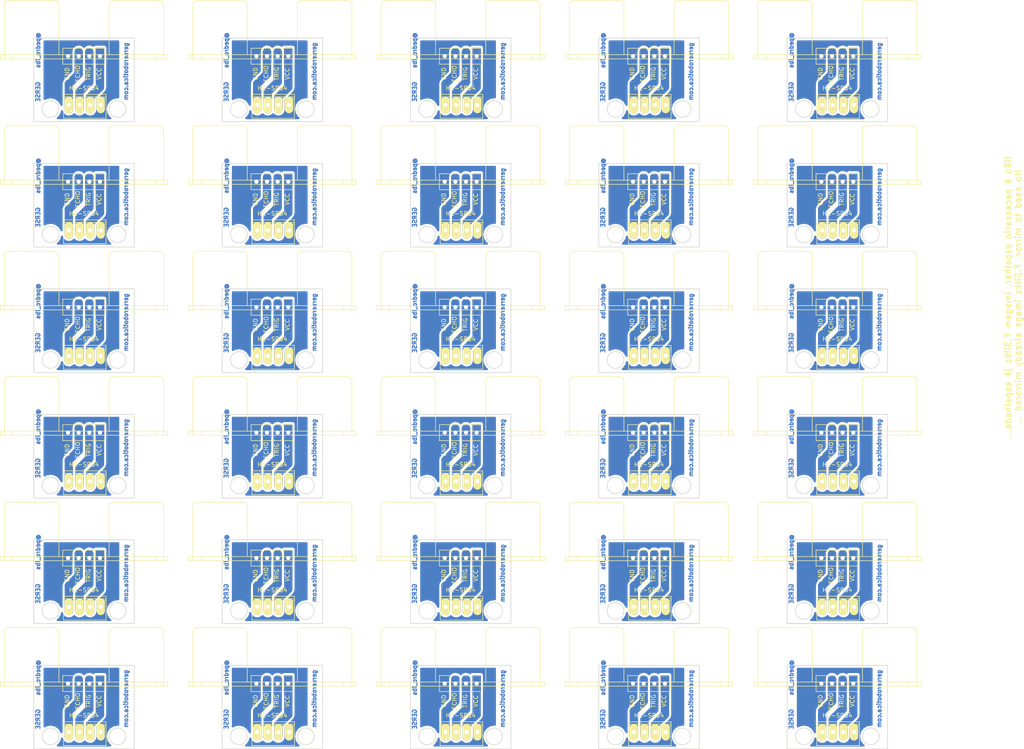
<source format=kicad_pcb>
(kicad_pcb (version 4) (host pcbnew 4.0.2+dfsg1-stable)
  (title_block (title "Sensor HC-SR04 para Shield Sensor Base Grover GERSE") (date 2017-07-11) (rev 1.0) (company "GERSE - Grupo de Estudos em Robótica e sistemas Embarcados") (comment 1 "Facebook: www.facebook.com/gerserobot/ ") (comment 2 "Instagram: www.instagram.com/gerserobot/  ") (comment 3 "Website: gerserobotica.com") (comment 4 "Projetista: @pedro_ibs (www.instagram.com/pedro_ibs/)"))
  (layers (0 F.Cu signal) (31 B.Cu signal) (34 B.Paste user) (35 F.Paste user) (36 B.SilkS user) (37 F.SilkS user) (38 B.Mask user) (39 F.Mask user) (44 Edge.Cuts user))
  (net 0 "")
  (net 1 P1)
  (net 2 P2)
  (net 3 GND)
  (net 4 VCC)
  (module MY_kicad:HC-SR04 (layer F.Cu) (at 168 178)
    (fp_text reference U2 hide)
    (fp_text value HC-SR04 hide)
    (fp_text user HC-SR04 (at 0 7) (layer F.SilkS))
    (fp_text user VCC (at 3.595 3.56 90) (layer F.SilkS))
    (fp_text user TRIG (at 1.055 3.56 90) (layer F.SilkS))
    (fp_text user ECHO (at -1.485 3.56 90) (layer F.SilkS))
    (fp_text user GND (at -4.025 3.56 90) (layer F.SilkS))
    (pad 4 thru_hole oval (at -3.81 -0.635) (size 2 4) (drill 1) (layers *.Cu *.Mask) (net 3 GND))
    (pad 3 thru_hole oval (at -1.27 -0.635) (size 2 4) (drill 1) (layers *.Cu *.Mask) (net 2 P2))
    (pad 2 thru_hole oval (at 1.27 -0.635) (size 2 4) (drill 1) (layers *.Cu *.Mask) (net 1 P1))
    (pad 1 thru_hole rect (at 3.81 -0.635) (size 2 4) (drill 1) (layers *.Cu *.Mask) (net 4 VCC))
  )
  (module MY_kicad:molex_2510 (layer F.Cu) (at 172 189 180)
    (fp_text reference P2 hide)
    (fp_text value CON1 hide)
    (pad 1 thru_hole oval (at 0 0 180) (size 2 4) (drill 1) (layers *.Cu *.Mask F.SilkS) (net 3 GND))
    (pad 2 thru_hole oval (at 2.54 0 180) (size 2 4) (drill 1) (layers *.Cu *.Mask F.SilkS) (net 4 VCC))
    (pad 3 thru_hole oval (at 5.08 0 180) (size 2 4) (drill 1) (layers *.Cu *.Mask F.SilkS) (net 1 P1))
    (pad 4 thru_hole oval (at 7.62 0 180) (size 2 4) (drill 1) (layers *.Cu *.Mask F.SilkS) (net 2 P2))
  )
  (module MY_kicad:molex_2510 (layer F.Cu) (at 217 189 180)
    (fp_text reference P2 hide)
    (fp_text value CON1 hide)
    (pad 1 thru_hole oval (at 0 0 180) (size 2 4) (drill 1) (layers *.Cu *.Mask F.SilkS) (net 3 GND))
    (pad 2 thru_hole oval (at 2.54 0 180) (size 2 4) (drill 1) (layers *.Cu *.Mask F.SilkS) (net 4 VCC))
    (pad 3 thru_hole oval (at 5.08 0 180) (size 2 4) (drill 1) (layers *.Cu *.Mask F.SilkS) (net 1 P1))
    (pad 4 thru_hole oval (at 7.62 0 180) (size 2 4) (drill 1) (layers *.Cu *.Mask F.SilkS) (net 2 P2))
  )
  (module MY_kicad:HC-SR04 (layer F.Cu) (at 213 178)
    (fp_text reference U2 hide)
    (fp_text value HC-SR04 hide)
    (fp_text user HC-SR04 (at 0 7) (layer F.SilkS))
    (fp_text user VCC (at 3.595 3.56 90) (layer F.SilkS))
    (fp_text user TRIG (at 1.055 3.56 90) (layer F.SilkS))
    (fp_text user ECHO (at -1.485 3.56 90) (layer F.SilkS))
    (fp_text user GND (at -4.025 3.56 90) (layer F.SilkS))
    (pad 4 thru_hole oval (at -3.81 -0.635) (size 2 4) (drill 1) (layers *.Cu *.Mask) (net 3 GND))
    (pad 3 thru_hole oval (at -1.27 -0.635) (size 2 4) (drill 1) (layers *.Cu *.Mask) (net 2 P2))
    (pad 2 thru_hole oval (at 1.27 -0.635) (size 2 4) (drill 1) (layers *.Cu *.Mask) (net 1 P1))
    (pad 1 thru_hole rect (at 3.81 -0.635) (size 2 4) (drill 1) (layers *.Cu *.Mask) (net 4 VCC))
  )
  (module MY_kicad:molex_2510 (layer F.Cu) (at 217 39 180)
    (fp_text reference P2 hide)
    (fp_text value CON1 hide)
    (pad 1 thru_hole oval (at 0 0 180) (size 2 4) (drill 1) (layers *.Cu *.Mask F.SilkS) (net 3 GND))
    (pad 2 thru_hole oval (at 2.54 0 180) (size 2 4) (drill 1) (layers *.Cu *.Mask F.SilkS) (net 4 VCC))
    (pad 3 thru_hole oval (at 5.08 0 180) (size 2 4) (drill 1) (layers *.Cu *.Mask F.SilkS) (net 1 P1))
    (pad 4 thru_hole oval (at 7.62 0 180) (size 2 4) (drill 1) (layers *.Cu *.Mask F.SilkS) (net 2 P2))
  )
  (module MY_kicad:HC-SR04 (layer F.Cu) (at 213 28)
    (fp_text reference U2 hide)
    (fp_text value HC-SR04 hide)
    (fp_text user HC-SR04 (at 0 7) (layer F.SilkS))
    (fp_text user VCC (at 3.595 3.56 90) (layer F.SilkS))
    (fp_text user TRIG (at 1.055 3.56 90) (layer F.SilkS))
    (fp_text user ECHO (at -1.485 3.56 90) (layer F.SilkS))
    (fp_text user GND (at -4.025 3.56 90) (layer F.SilkS))
    (pad 4 thru_hole oval (at -3.81 -0.635) (size 2 4) (drill 1) (layers *.Cu *.Mask) (net 3 GND))
    (pad 3 thru_hole oval (at -1.27 -0.635) (size 2 4) (drill 1) (layers *.Cu *.Mask) (net 2 P2))
    (pad 2 thru_hole oval (at 1.27 -0.635) (size 2 4) (drill 1) (layers *.Cu *.Mask) (net 1 P1))
    (pad 1 thru_hole rect (at 3.81 -0.635) (size 2 4) (drill 1) (layers *.Cu *.Mask) (net 4 VCC))
  )
  (module MY_kicad:HC-SR04 (layer F.Cu) (at 213 58)
    (fp_text reference U2 hide)
    (fp_text value HC-SR04 hide)
    (fp_text user HC-SR04 (at 0 7) (layer F.SilkS))
    (fp_text user VCC (at 3.595 3.56 90) (layer F.SilkS))
    (fp_text user TRIG (at 1.055 3.56 90) (layer F.SilkS))
    (fp_text user ECHO (at -1.485 3.56 90) (layer F.SilkS))
    (fp_text user GND (at -4.025 3.56 90) (layer F.SilkS))
    (pad 4 thru_hole oval (at -3.81 -0.635) (size 2 4) (drill 1) (layers *.Cu *.Mask) (net 3 GND))
    (pad 3 thru_hole oval (at -1.27 -0.635) (size 2 4) (drill 1) (layers *.Cu *.Mask) (net 2 P2))
    (pad 2 thru_hole oval (at 1.27 -0.635) (size 2 4) (drill 1) (layers *.Cu *.Mask) (net 1 P1))
    (pad 1 thru_hole rect (at 3.81 -0.635) (size 2 4) (drill 1) (layers *.Cu *.Mask) (net 4 VCC))
  )
  (module MY_kicad:molex_2510 (layer F.Cu) (at 217 69 180)
    (fp_text reference P2 hide)
    (fp_text value CON1 hide)
    (pad 1 thru_hole oval (at 0 0 180) (size 2 4) (drill 1) (layers *.Cu *.Mask F.SilkS) (net 3 GND))
    (pad 2 thru_hole oval (at 2.54 0 180) (size 2 4) (drill 1) (layers *.Cu *.Mask F.SilkS) (net 4 VCC))
    (pad 3 thru_hole oval (at 5.08 0 180) (size 2 4) (drill 1) (layers *.Cu *.Mask F.SilkS) (net 1 P1))
    (pad 4 thru_hole oval (at 7.62 0 180) (size 2 4) (drill 1) (layers *.Cu *.Mask F.SilkS) (net 2 P2))
  )
  (module MY_kicad:molex_2510 (layer F.Cu) (at 217 129 180)
    (fp_text reference P2 hide)
    (fp_text value CON1 hide)
    (pad 1 thru_hole oval (at 0 0 180) (size 2 4) (drill 1) (layers *.Cu *.Mask F.SilkS) (net 3 GND))
    (pad 2 thru_hole oval (at 2.54 0 180) (size 2 4) (drill 1) (layers *.Cu *.Mask F.SilkS) (net 4 VCC))
    (pad 3 thru_hole oval (at 5.08 0 180) (size 2 4) (drill 1) (layers *.Cu *.Mask F.SilkS) (net 1 P1))
    (pad 4 thru_hole oval (at 7.62 0 180) (size 2 4) (drill 1) (layers *.Cu *.Mask F.SilkS) (net 2 P2))
  )
  (module MY_kicad:HC-SR04 (layer F.Cu) (at 213 118)
    (fp_text reference U2 hide)
    (fp_text value HC-SR04 hide)
    (fp_text user HC-SR04 (at 0 7) (layer F.SilkS))
    (fp_text user VCC (at 3.595 3.56 90) (layer F.SilkS))
    (fp_text user TRIG (at 1.055 3.56 90) (layer F.SilkS))
    (fp_text user ECHO (at -1.485 3.56 90) (layer F.SilkS))
    (fp_text user GND (at -4.025 3.56 90) (layer F.SilkS))
    (pad 4 thru_hole oval (at -3.81 -0.635) (size 2 4) (drill 1) (layers *.Cu *.Mask) (net 3 GND))
    (pad 3 thru_hole oval (at -1.27 -0.635) (size 2 4) (drill 1) (layers *.Cu *.Mask) (net 2 P2))
    (pad 2 thru_hole oval (at 1.27 -0.635) (size 2 4) (drill 1) (layers *.Cu *.Mask) (net 1 P1))
    (pad 1 thru_hole rect (at 3.81 -0.635) (size 2 4) (drill 1) (layers *.Cu *.Mask) (net 4 VCC))
  )
  (module MY_kicad:HC-SR04 (layer F.Cu) (at 213 88)
    (fp_text reference U2 hide)
    (fp_text value HC-SR04 hide)
    (fp_text user HC-SR04 (at 0 7) (layer F.SilkS))
    (fp_text user VCC (at 3.595 3.56 90) (layer F.SilkS))
    (fp_text user TRIG (at 1.055 3.56 90) (layer F.SilkS))
    (fp_text user ECHO (at -1.485 3.56 90) (layer F.SilkS))
    (fp_text user GND (at -4.025 3.56 90) (layer F.SilkS))
    (pad 4 thru_hole oval (at -3.81 -0.635) (size 2 4) (drill 1) (layers *.Cu *.Mask) (net 3 GND))
    (pad 3 thru_hole oval (at -1.27 -0.635) (size 2 4) (drill 1) (layers *.Cu *.Mask) (net 2 P2))
    (pad 2 thru_hole oval (at 1.27 -0.635) (size 2 4) (drill 1) (layers *.Cu *.Mask) (net 1 P1))
    (pad 1 thru_hole rect (at 3.81 -0.635) (size 2 4) (drill 1) (layers *.Cu *.Mask) (net 4 VCC))
  )
  (module MY_kicad:molex_2510 (layer F.Cu) (at 217 99 180)
    (fp_text reference P2 hide)
    (fp_text value CON1 hide)
    (pad 1 thru_hole oval (at 0 0 180) (size 2 4) (drill 1) (layers *.Cu *.Mask F.SilkS) (net 3 GND))
    (pad 2 thru_hole oval (at 2.54 0 180) (size 2 4) (drill 1) (layers *.Cu *.Mask F.SilkS) (net 4 VCC))
    (pad 3 thru_hole oval (at 5.08 0 180) (size 2 4) (drill 1) (layers *.Cu *.Mask F.SilkS) (net 1 P1))
    (pad 4 thru_hole oval (at 7.62 0 180) (size 2 4) (drill 1) (layers *.Cu *.Mask F.SilkS) (net 2 P2))
  )
  (module MY_kicad:HC-SR04 (layer F.Cu) (at 213 148)
    (fp_text reference U2 hide)
    (fp_text value HC-SR04 hide)
    (fp_text user HC-SR04 (at 0 7) (layer F.SilkS))
    (fp_text user VCC (at 3.595 3.56 90) (layer F.SilkS))
    (fp_text user TRIG (at 1.055 3.56 90) (layer F.SilkS))
    (fp_text user ECHO (at -1.485 3.56 90) (layer F.SilkS))
    (fp_text user GND (at -4.025 3.56 90) (layer F.SilkS))
    (pad 4 thru_hole oval (at -3.81 -0.635) (size 2 4) (drill 1) (layers *.Cu *.Mask) (net 3 GND))
    (pad 3 thru_hole oval (at -1.27 -0.635) (size 2 4) (drill 1) (layers *.Cu *.Mask) (net 2 P2))
    (pad 2 thru_hole oval (at 1.27 -0.635) (size 2 4) (drill 1) (layers *.Cu *.Mask) (net 1 P1))
    (pad 1 thru_hole rect (at 3.81 -0.635) (size 2 4) (drill 1) (layers *.Cu *.Mask) (net 4 VCC))
  )
  (module MY_kicad:molex_2510 (layer F.Cu) (at 217 159 180)
    (fp_text reference P2 hide)
    (fp_text value CON1 hide)
    (pad 1 thru_hole oval (at 0 0 180) (size 2 4) (drill 1) (layers *.Cu *.Mask F.SilkS) (net 3 GND))
    (pad 2 thru_hole oval (at 2.54 0 180) (size 2 4) (drill 1) (layers *.Cu *.Mask F.SilkS) (net 4 VCC))
    (pad 3 thru_hole oval (at 5.08 0 180) (size 2 4) (drill 1) (layers *.Cu *.Mask F.SilkS) (net 1 P1))
    (pad 4 thru_hole oval (at 7.62 0 180) (size 2 4) (drill 1) (layers *.Cu *.Mask F.SilkS) (net 2 P2))
  )
  (module MY_kicad:molex_2510 (layer F.Cu) (at 127 39 180)
    (fp_text reference P2 hide)
    (fp_text value CON1 hide)
    (pad 1 thru_hole oval (at 0 0 180) (size 2 4) (drill 1) (layers *.Cu *.Mask F.SilkS) (net 3 GND))
    (pad 2 thru_hole oval (at 2.54 0 180) (size 2 4) (drill 1) (layers *.Cu *.Mask F.SilkS) (net 4 VCC))
    (pad 3 thru_hole oval (at 5.08 0 180) (size 2 4) (drill 1) (layers *.Cu *.Mask F.SilkS) (net 1 P1))
    (pad 4 thru_hole oval (at 7.62 0 180) (size 2 4) (drill 1) (layers *.Cu *.Mask F.SilkS) (net 2 P2))
  )
  (module MY_kicad:HC-SR04 (layer F.Cu) (at 123 28)
    (fp_text reference U2 hide)
    (fp_text value HC-SR04 hide)
    (fp_text user HC-SR04 (at 0 7) (layer F.SilkS))
    (fp_text user VCC (at 3.595 3.56 90) (layer F.SilkS))
    (fp_text user TRIG (at 1.055 3.56 90) (layer F.SilkS))
    (fp_text user ECHO (at -1.485 3.56 90) (layer F.SilkS))
    (fp_text user GND (at -4.025 3.56 90) (layer F.SilkS))
    (pad 4 thru_hole oval (at -3.81 -0.635) (size 2 4) (drill 1) (layers *.Cu *.Mask) (net 3 GND))
    (pad 3 thru_hole oval (at -1.27 -0.635) (size 2 4) (drill 1) (layers *.Cu *.Mask) (net 2 P2))
    (pad 2 thru_hole oval (at 1.27 -0.635) (size 2 4) (drill 1) (layers *.Cu *.Mask) (net 1 P1))
    (pad 1 thru_hole rect (at 3.81 -0.635) (size 2 4) (drill 1) (layers *.Cu *.Mask) (net 4 VCC))
  )
  (module MY_kicad:HC-SR04 (layer F.Cu) (at 123 58)
    (fp_text reference U2 hide)
    (fp_text value HC-SR04 hide)
    (fp_text user HC-SR04 (at 0 7) (layer F.SilkS))
    (fp_text user VCC (at 3.595 3.56 90) (layer F.SilkS))
    (fp_text user TRIG (at 1.055 3.56 90) (layer F.SilkS))
    (fp_text user ECHO (at -1.485 3.56 90) (layer F.SilkS))
    (fp_text user GND (at -4.025 3.56 90) (layer F.SilkS))
    (pad 4 thru_hole oval (at -3.81 -0.635) (size 2 4) (drill 1) (layers *.Cu *.Mask) (net 3 GND))
    (pad 3 thru_hole oval (at -1.27 -0.635) (size 2 4) (drill 1) (layers *.Cu *.Mask) (net 2 P2))
    (pad 2 thru_hole oval (at 1.27 -0.635) (size 2 4) (drill 1) (layers *.Cu *.Mask) (net 1 P1))
    (pad 1 thru_hole rect (at 3.81 -0.635) (size 2 4) (drill 1) (layers *.Cu *.Mask) (net 4 VCC))
  )
  (module MY_kicad:molex_2510 (layer F.Cu) (at 127 69 180)
    (fp_text reference P2 hide)
    (fp_text value CON1 hide)
    (pad 1 thru_hole oval (at 0 0 180) (size 2 4) (drill 1) (layers *.Cu *.Mask F.SilkS) (net 3 GND))
    (pad 2 thru_hole oval (at 2.54 0 180) (size 2 4) (drill 1) (layers *.Cu *.Mask F.SilkS) (net 4 VCC))
    (pad 3 thru_hole oval (at 5.08 0 180) (size 2 4) (drill 1) (layers *.Cu *.Mask F.SilkS) (net 1 P1))
    (pad 4 thru_hole oval (at 7.62 0 180) (size 2 4) (drill 1) (layers *.Cu *.Mask F.SilkS) (net 2 P2))
  )
  (module MY_kicad:molex_2510 (layer F.Cu) (at 127 129 180)
    (fp_text reference P2 hide)
    (fp_text value CON1 hide)
    (pad 1 thru_hole oval (at 0 0 180) (size 2 4) (drill 1) (layers *.Cu *.Mask F.SilkS) (net 3 GND))
    (pad 2 thru_hole oval (at 2.54 0 180) (size 2 4) (drill 1) (layers *.Cu *.Mask F.SilkS) (net 4 VCC))
    (pad 3 thru_hole oval (at 5.08 0 180) (size 2 4) (drill 1) (layers *.Cu *.Mask F.SilkS) (net 1 P1))
    (pad 4 thru_hole oval (at 7.62 0 180) (size 2 4) (drill 1) (layers *.Cu *.Mask F.SilkS) (net 2 P2))
  )
  (module MY_kicad:HC-SR04 (layer F.Cu) (at 123 118)
    (fp_text reference U2 hide)
    (fp_text value HC-SR04 hide)
    (fp_text user HC-SR04 (at 0 7) (layer F.SilkS))
    (fp_text user VCC (at 3.595 3.56 90) (layer F.SilkS))
    (fp_text user TRIG (at 1.055 3.56 90) (layer F.SilkS))
    (fp_text user ECHO (at -1.485 3.56 90) (layer F.SilkS))
    (fp_text user GND (at -4.025 3.56 90) (layer F.SilkS))
    (pad 4 thru_hole oval (at -3.81 -0.635) (size 2 4) (drill 1) (layers *.Cu *.Mask) (net 3 GND))
    (pad 3 thru_hole oval (at -1.27 -0.635) (size 2 4) (drill 1) (layers *.Cu *.Mask) (net 2 P2))
    (pad 2 thru_hole oval (at 1.27 -0.635) (size 2 4) (drill 1) (layers *.Cu *.Mask) (net 1 P1))
    (pad 1 thru_hole rect (at 3.81 -0.635) (size 2 4) (drill 1) (layers *.Cu *.Mask) (net 4 VCC))
  )
  (module MY_kicad:HC-SR04 (layer F.Cu) (at 123 88)
    (fp_text reference U2 hide)
    (fp_text value HC-SR04 hide)
    (fp_text user HC-SR04 (at 0 7) (layer F.SilkS))
    (fp_text user VCC (at 3.595 3.56 90) (layer F.SilkS))
    (fp_text user TRIG (at 1.055 3.56 90) (layer F.SilkS))
    (fp_text user ECHO (at -1.485 3.56 90) (layer F.SilkS))
    (fp_text user GND (at -4.025 3.56 90) (layer F.SilkS))
    (pad 4 thru_hole oval (at -3.81 -0.635) (size 2 4) (drill 1) (layers *.Cu *.Mask) (net 3 GND))
    (pad 3 thru_hole oval (at -1.27 -0.635) (size 2 4) (drill 1) (layers *.Cu *.Mask) (net 2 P2))
    (pad 2 thru_hole oval (at 1.27 -0.635) (size 2 4) (drill 1) (layers *.Cu *.Mask) (net 1 P1))
    (pad 1 thru_hole rect (at 3.81 -0.635) (size 2 4) (drill 1) (layers *.Cu *.Mask) (net 4 VCC))
  )
  (module MY_kicad:molex_2510 (layer F.Cu) (at 127 99 180)
    (fp_text reference P2 hide)
    (fp_text value CON1 hide)
    (pad 1 thru_hole oval (at 0 0 180) (size 2 4) (drill 1) (layers *.Cu *.Mask F.SilkS) (net 3 GND))
    (pad 2 thru_hole oval (at 2.54 0 180) (size 2 4) (drill 1) (layers *.Cu *.Mask F.SilkS) (net 4 VCC))
    (pad 3 thru_hole oval (at 5.08 0 180) (size 2 4) (drill 1) (layers *.Cu *.Mask F.SilkS) (net 1 P1))
    (pad 4 thru_hole oval (at 7.62 0 180) (size 2 4) (drill 1) (layers *.Cu *.Mask F.SilkS) (net 2 P2))
  )
  (module MY_kicad:molex_2510 (layer F.Cu) (at 127 189 180)
    (fp_text reference P2 hide)
    (fp_text value CON1 hide)
    (pad 1 thru_hole oval (at 0 0 180) (size 2 4) (drill 1) (layers *.Cu *.Mask F.SilkS) (net 3 GND))
    (pad 2 thru_hole oval (at 2.54 0 180) (size 2 4) (drill 1) (layers *.Cu *.Mask F.SilkS) (net 4 VCC))
    (pad 3 thru_hole oval (at 5.08 0 180) (size 2 4) (drill 1) (layers *.Cu *.Mask F.SilkS) (net 1 P1))
    (pad 4 thru_hole oval (at 7.62 0 180) (size 2 4) (drill 1) (layers *.Cu *.Mask F.SilkS) (net 2 P2))
  )
  (module MY_kicad:HC-SR04 (layer F.Cu) (at 123 178)
    (fp_text reference U2 hide)
    (fp_text value HC-SR04 hide)
    (fp_text user HC-SR04 (at 0 7) (layer F.SilkS))
    (fp_text user VCC (at 3.595 3.56 90) (layer F.SilkS))
    (fp_text user TRIG (at 1.055 3.56 90) (layer F.SilkS))
    (fp_text user ECHO (at -1.485 3.56 90) (layer F.SilkS))
    (fp_text user GND (at -4.025 3.56 90) (layer F.SilkS))
    (pad 4 thru_hole oval (at -3.81 -0.635) (size 2 4) (drill 1) (layers *.Cu *.Mask) (net 3 GND))
    (pad 3 thru_hole oval (at -1.27 -0.635) (size 2 4) (drill 1) (layers *.Cu *.Mask) (net 2 P2))
    (pad 2 thru_hole oval (at 1.27 -0.635) (size 2 4) (drill 1) (layers *.Cu *.Mask) (net 1 P1))
    (pad 1 thru_hole rect (at 3.81 -0.635) (size 2 4) (drill 1) (layers *.Cu *.Mask) (net 4 VCC))
  )
  (module MY_kicad:HC-SR04 (layer F.Cu) (at 123 148)
    (fp_text reference U2 hide)
    (fp_text value HC-SR04 hide)
    (fp_text user HC-SR04 (at 0 7) (layer F.SilkS))
    (fp_text user VCC (at 3.595 3.56 90) (layer F.SilkS))
    (fp_text user TRIG (at 1.055 3.56 90) (layer F.SilkS))
    (fp_text user ECHO (at -1.485 3.56 90) (layer F.SilkS))
    (fp_text user GND (at -4.025 3.56 90) (layer F.SilkS))
    (pad 4 thru_hole oval (at -3.81 -0.635) (size 2 4) (drill 1) (layers *.Cu *.Mask) (net 3 GND))
    (pad 3 thru_hole oval (at -1.27 -0.635) (size 2 4) (drill 1) (layers *.Cu *.Mask) (net 2 P2))
    (pad 2 thru_hole oval (at 1.27 -0.635) (size 2 4) (drill 1) (layers *.Cu *.Mask) (net 1 P1))
    (pad 1 thru_hole rect (at 3.81 -0.635) (size 2 4) (drill 1) (layers *.Cu *.Mask) (net 4 VCC))
  )
  (module MY_kicad:molex_2510 (layer F.Cu) (at 127 159 180)
    (fp_text reference P2 hide)
    (fp_text value CON1 hide)
    (pad 1 thru_hole oval (at 0 0 180) (size 2 4) (drill 1) (layers *.Cu *.Mask F.SilkS) (net 3 GND))
    (pad 2 thru_hole oval (at 2.54 0 180) (size 2 4) (drill 1) (layers *.Cu *.Mask F.SilkS) (net 4 VCC))
    (pad 3 thru_hole oval (at 5.08 0 180) (size 2 4) (drill 1) (layers *.Cu *.Mask F.SilkS) (net 1 P1))
    (pad 4 thru_hole oval (at 7.62 0 180) (size 2 4) (drill 1) (layers *.Cu *.Mask F.SilkS) (net 2 P2))
  )
  (module MY_kicad:molex_2510 (layer F.Cu) (at 172 159 180)
    (fp_text reference P2 hide)
    (fp_text value CON1 hide)
    (pad 1 thru_hole oval (at 0 0 180) (size 2 4) (drill 1) (layers *.Cu *.Mask F.SilkS) (net 3 GND))
    (pad 2 thru_hole oval (at 2.54 0 180) (size 2 4) (drill 1) (layers *.Cu *.Mask F.SilkS) (net 4 VCC))
    (pad 3 thru_hole oval (at 5.08 0 180) (size 2 4) (drill 1) (layers *.Cu *.Mask F.SilkS) (net 1 P1))
    (pad 4 thru_hole oval (at 7.62 0 180) (size 2 4) (drill 1) (layers *.Cu *.Mask F.SilkS) (net 2 P2))
  )
  (module MY_kicad:HC-SR04 (layer F.Cu) (at 168 148)
    (fp_text reference U2 hide)
    (fp_text value HC-SR04 hide)
    (fp_text user HC-SR04 (at 0 7) (layer F.SilkS))
    (fp_text user VCC (at 3.595 3.56 90) (layer F.SilkS))
    (fp_text user TRIG (at 1.055 3.56 90) (layer F.SilkS))
    (fp_text user ECHO (at -1.485 3.56 90) (layer F.SilkS))
    (fp_text user GND (at -4.025 3.56 90) (layer F.SilkS))
    (pad 4 thru_hole oval (at -3.81 -0.635) (size 2 4) (drill 1) (layers *.Cu *.Mask) (net 3 GND))
    (pad 3 thru_hole oval (at -1.27 -0.635) (size 2 4) (drill 1) (layers *.Cu *.Mask) (net 2 P2))
    (pad 2 thru_hole oval (at 1.27 -0.635) (size 2 4) (drill 1) (layers *.Cu *.Mask) (net 1 P1))
    (pad 1 thru_hole rect (at 3.81 -0.635) (size 2 4) (drill 1) (layers *.Cu *.Mask) (net 4 VCC))
  )
  (module MY_kicad:molex_2510 (layer F.Cu) (at 172 99 180)
    (fp_text reference P2 hide)
    (fp_text value CON1 hide)
    (pad 1 thru_hole oval (at 0 0 180) (size 2 4) (drill 1) (layers *.Cu *.Mask F.SilkS) (net 3 GND))
    (pad 2 thru_hole oval (at 2.54 0 180) (size 2 4) (drill 1) (layers *.Cu *.Mask F.SilkS) (net 4 VCC))
    (pad 3 thru_hole oval (at 5.08 0 180) (size 2 4) (drill 1) (layers *.Cu *.Mask F.SilkS) (net 1 P1))
    (pad 4 thru_hole oval (at 7.62 0 180) (size 2 4) (drill 1) (layers *.Cu *.Mask F.SilkS) (net 2 P2))
  )
  (module MY_kicad:HC-SR04 (layer F.Cu) (at 168 88)
    (fp_text reference U2 hide)
    (fp_text value HC-SR04 hide)
    (fp_text user HC-SR04 (at 0 7) (layer F.SilkS))
    (fp_text user VCC (at 3.595 3.56 90) (layer F.SilkS))
    (fp_text user TRIG (at 1.055 3.56 90) (layer F.SilkS))
    (fp_text user ECHO (at -1.485 3.56 90) (layer F.SilkS))
    (fp_text user GND (at -4.025 3.56 90) (layer F.SilkS))
    (pad 4 thru_hole oval (at -3.81 -0.635) (size 2 4) (drill 1) (layers *.Cu *.Mask) (net 3 GND))
    (pad 3 thru_hole oval (at -1.27 -0.635) (size 2 4) (drill 1) (layers *.Cu *.Mask) (net 2 P2))
    (pad 2 thru_hole oval (at 1.27 -0.635) (size 2 4) (drill 1) (layers *.Cu *.Mask) (net 1 P1))
    (pad 1 thru_hole rect (at 3.81 -0.635) (size 2 4) (drill 1) (layers *.Cu *.Mask) (net 4 VCC))
  )
  (module MY_kicad:HC-SR04 (layer F.Cu) (at 168 118)
    (fp_text reference U2 hide)
    (fp_text value HC-SR04 hide)
    (fp_text user HC-SR04 (at 0 7) (layer F.SilkS))
    (fp_text user VCC (at 3.595 3.56 90) (layer F.SilkS))
    (fp_text user TRIG (at 1.055 3.56 90) (layer F.SilkS))
    (fp_text user ECHO (at -1.485 3.56 90) (layer F.SilkS))
    (fp_text user GND (at -4.025 3.56 90) (layer F.SilkS))
    (pad 4 thru_hole oval (at -3.81 -0.635) (size 2 4) (drill 1) (layers *.Cu *.Mask) (net 3 GND))
    (pad 3 thru_hole oval (at -1.27 -0.635) (size 2 4) (drill 1) (layers *.Cu *.Mask) (net 2 P2))
    (pad 2 thru_hole oval (at 1.27 -0.635) (size 2 4) (drill 1) (layers *.Cu *.Mask) (net 1 P1))
    (pad 1 thru_hole rect (at 3.81 -0.635) (size 2 4) (drill 1) (layers *.Cu *.Mask) (net 4 VCC))
  )
  (module MY_kicad:molex_2510 (layer F.Cu) (at 172 129 180)
    (fp_text reference P2 hide)
    (fp_text value CON1 hide)
    (pad 1 thru_hole oval (at 0 0 180) (size 2 4) (drill 1) (layers *.Cu *.Mask F.SilkS) (net 3 GND))
    (pad 2 thru_hole oval (at 2.54 0 180) (size 2 4) (drill 1) (layers *.Cu *.Mask F.SilkS) (net 4 VCC))
    (pad 3 thru_hole oval (at 5.08 0 180) (size 2 4) (drill 1) (layers *.Cu *.Mask F.SilkS) (net 1 P1))
    (pad 4 thru_hole oval (at 7.62 0 180) (size 2 4) (drill 1) (layers *.Cu *.Mask F.SilkS) (net 2 P2))
  )
  (module MY_kicad:molex_2510 (layer F.Cu) (at 172 69 180)
    (fp_text reference P2 hide)
    (fp_text value CON1 hide)
    (pad 1 thru_hole oval (at 0 0 180) (size 2 4) (drill 1) (layers *.Cu *.Mask F.SilkS) (net 3 GND))
    (pad 2 thru_hole oval (at 2.54 0 180) (size 2 4) (drill 1) (layers *.Cu *.Mask F.SilkS) (net 4 VCC))
    (pad 3 thru_hole oval (at 5.08 0 180) (size 2 4) (drill 1) (layers *.Cu *.Mask F.SilkS) (net 1 P1))
    (pad 4 thru_hole oval (at 7.62 0 180) (size 2 4) (drill 1) (layers *.Cu *.Mask F.SilkS) (net 2 P2))
  )
  (module MY_kicad:HC-SR04 (layer F.Cu) (at 168 58)
    (fp_text reference U2 hide)
    (fp_text value HC-SR04 hide)
    (fp_text user HC-SR04 (at 0 7) (layer F.SilkS))
    (fp_text user VCC (at 3.595 3.56 90) (layer F.SilkS))
    (fp_text user TRIG (at 1.055 3.56 90) (layer F.SilkS))
    (fp_text user ECHO (at -1.485 3.56 90) (layer F.SilkS))
    (fp_text user GND (at -4.025 3.56 90) (layer F.SilkS))
    (pad 4 thru_hole oval (at -3.81 -0.635) (size 2 4) (drill 1) (layers *.Cu *.Mask) (net 3 GND))
    (pad 3 thru_hole oval (at -1.27 -0.635) (size 2 4) (drill 1) (layers *.Cu *.Mask) (net 2 P2))
    (pad 2 thru_hole oval (at 1.27 -0.635) (size 2 4) (drill 1) (layers *.Cu *.Mask) (net 1 P1))
    (pad 1 thru_hole rect (at 3.81 -0.635) (size 2 4) (drill 1) (layers *.Cu *.Mask) (net 4 VCC))
  )
  (module MY_kicad:HC-SR04 (layer F.Cu) (at 168 28)
    (fp_text reference U2 hide)
    (fp_text value HC-SR04 hide)
    (fp_text user HC-SR04 (at 0 7) (layer F.SilkS))
    (fp_text user VCC (at 3.595 3.56 90) (layer F.SilkS))
    (fp_text user TRIG (at 1.055 3.56 90) (layer F.SilkS))
    (fp_text user ECHO (at -1.485 3.56 90) (layer F.SilkS))
    (fp_text user GND (at -4.025 3.56 90) (layer F.SilkS))
    (pad 4 thru_hole oval (at -3.81 -0.635) (size 2 4) (drill 1) (layers *.Cu *.Mask) (net 3 GND))
    (pad 3 thru_hole oval (at -1.27 -0.635) (size 2 4) (drill 1) (layers *.Cu *.Mask) (net 2 P2))
    (pad 2 thru_hole oval (at 1.27 -0.635) (size 2 4) (drill 1) (layers *.Cu *.Mask) (net 1 P1))
    (pad 1 thru_hole rect (at 3.81 -0.635) (size 2 4) (drill 1) (layers *.Cu *.Mask) (net 4 VCC))
  )
  (module MY_kicad:molex_2510 (layer F.Cu) (at 172 39 180)
    (fp_text reference P2 hide)
    (fp_text value CON1 hide)
    (pad 1 thru_hole oval (at 0 0 180) (size 2 4) (drill 1) (layers *.Cu *.Mask F.SilkS) (net 3 GND))
    (pad 2 thru_hole oval (at 2.54 0 180) (size 2 4) (drill 1) (layers *.Cu *.Mask F.SilkS) (net 4 VCC))
    (pad 3 thru_hole oval (at 5.08 0 180) (size 2 4) (drill 1) (layers *.Cu *.Mask F.SilkS) (net 1 P1))
    (pad 4 thru_hole oval (at 7.62 0 180) (size 2 4) (drill 1) (layers *.Cu *.Mask F.SilkS) (net 2 P2))
  )
  (module MY_kicad:molex_2510 (layer F.Cu) (at 82 39 180)
    (fp_text reference P2 hide)
    (fp_text value CON1 hide)
    (pad 1 thru_hole oval (at 0 0 180) (size 2 4) (drill 1) (layers *.Cu *.Mask F.SilkS) (net 3 GND))
    (pad 2 thru_hole oval (at 2.54 0 180) (size 2 4) (drill 1) (layers *.Cu *.Mask F.SilkS) (net 4 VCC))
    (pad 3 thru_hole oval (at 5.08 0 180) (size 2 4) (drill 1) (layers *.Cu *.Mask F.SilkS) (net 1 P1))
    (pad 4 thru_hole oval (at 7.62 0 180) (size 2 4) (drill 1) (layers *.Cu *.Mask F.SilkS) (net 2 P2))
  )
  (module MY_kicad:HC-SR04 (layer F.Cu) (at 78 28)
    (fp_text reference U2 hide)
    (fp_text value HC-SR04 hide)
    (fp_text user HC-SR04 (at 0 7) (layer F.SilkS))
    (fp_text user VCC (at 3.595 3.56 90) (layer F.SilkS))
    (fp_text user TRIG (at 1.055 3.56 90) (layer F.SilkS))
    (fp_text user ECHO (at -1.485 3.56 90) (layer F.SilkS))
    (fp_text user GND (at -4.025 3.56 90) (layer F.SilkS))
    (pad 4 thru_hole oval (at -3.81 -0.635) (size 2 4) (drill 1) (layers *.Cu *.Mask) (net 3 GND))
    (pad 3 thru_hole oval (at -1.27 -0.635) (size 2 4) (drill 1) (layers *.Cu *.Mask) (net 2 P2))
    (pad 2 thru_hole oval (at 1.27 -0.635) (size 2 4) (drill 1) (layers *.Cu *.Mask) (net 1 P1))
    (pad 1 thru_hole rect (at 3.81 -0.635) (size 2 4) (drill 1) (layers *.Cu *.Mask) (net 4 VCC))
  )
  (module MY_kicad:HC-SR04 (layer F.Cu) (at 78 58)
    (fp_text reference U2 hide)
    (fp_text value HC-SR04 hide)
    (fp_text user HC-SR04 (at 0 7) (layer F.SilkS))
    (fp_text user VCC (at 3.595 3.56 90) (layer F.SilkS))
    (fp_text user TRIG (at 1.055 3.56 90) (layer F.SilkS))
    (fp_text user ECHO (at -1.485 3.56 90) (layer F.SilkS))
    (fp_text user GND (at -4.025 3.56 90) (layer F.SilkS))
    (pad 4 thru_hole oval (at -3.81 -0.635) (size 2 4) (drill 1) (layers *.Cu *.Mask) (net 3 GND))
    (pad 3 thru_hole oval (at -1.27 -0.635) (size 2 4) (drill 1) (layers *.Cu *.Mask) (net 2 P2))
    (pad 2 thru_hole oval (at 1.27 -0.635) (size 2 4) (drill 1) (layers *.Cu *.Mask) (net 1 P1))
    (pad 1 thru_hole rect (at 3.81 -0.635) (size 2 4) (drill 1) (layers *.Cu *.Mask) (net 4 VCC))
  )
  (module MY_kicad:molex_2510 (layer F.Cu) (at 82 69 180)
    (fp_text reference P2 hide)
    (fp_text value CON1 hide)
    (pad 1 thru_hole oval (at 0 0 180) (size 2 4) (drill 1) (layers *.Cu *.Mask F.SilkS) (net 3 GND))
    (pad 2 thru_hole oval (at 2.54 0 180) (size 2 4) (drill 1) (layers *.Cu *.Mask F.SilkS) (net 4 VCC))
    (pad 3 thru_hole oval (at 5.08 0 180) (size 2 4) (drill 1) (layers *.Cu *.Mask F.SilkS) (net 1 P1))
    (pad 4 thru_hole oval (at 7.62 0 180) (size 2 4) (drill 1) (layers *.Cu *.Mask F.SilkS) (net 2 P2))
  )
  (module MY_kicad:molex_2510 (layer F.Cu) (at 82 129 180)
    (fp_text reference P2 hide)
    (fp_text value CON1 hide)
    (pad 1 thru_hole oval (at 0 0 180) (size 2 4) (drill 1) (layers *.Cu *.Mask F.SilkS) (net 3 GND))
    (pad 2 thru_hole oval (at 2.54 0 180) (size 2 4) (drill 1) (layers *.Cu *.Mask F.SilkS) (net 4 VCC))
    (pad 3 thru_hole oval (at 5.08 0 180) (size 2 4) (drill 1) (layers *.Cu *.Mask F.SilkS) (net 1 P1))
    (pad 4 thru_hole oval (at 7.62 0 180) (size 2 4) (drill 1) (layers *.Cu *.Mask F.SilkS) (net 2 P2))
  )
  (module MY_kicad:HC-SR04 (layer F.Cu) (at 78 118)
    (fp_text reference U2 hide)
    (fp_text value HC-SR04 hide)
    (fp_text user HC-SR04 (at 0 7) (layer F.SilkS))
    (fp_text user VCC (at 3.595 3.56 90) (layer F.SilkS))
    (fp_text user TRIG (at 1.055 3.56 90) (layer F.SilkS))
    (fp_text user ECHO (at -1.485 3.56 90) (layer F.SilkS))
    (fp_text user GND (at -4.025 3.56 90) (layer F.SilkS))
    (pad 4 thru_hole oval (at -3.81 -0.635) (size 2 4) (drill 1) (layers *.Cu *.Mask) (net 3 GND))
    (pad 3 thru_hole oval (at -1.27 -0.635) (size 2 4) (drill 1) (layers *.Cu *.Mask) (net 2 P2))
    (pad 2 thru_hole oval (at 1.27 -0.635) (size 2 4) (drill 1) (layers *.Cu *.Mask) (net 1 P1))
    (pad 1 thru_hole rect (at 3.81 -0.635) (size 2 4) (drill 1) (layers *.Cu *.Mask) (net 4 VCC))
  )
  (module MY_kicad:HC-SR04 (layer F.Cu) (at 78 88)
    (fp_text reference U2 hide)
    (fp_text value HC-SR04 hide)
    (fp_text user HC-SR04 (at 0 7) (layer F.SilkS))
    (fp_text user VCC (at 3.595 3.56 90) (layer F.SilkS))
    (fp_text user TRIG (at 1.055 3.56 90) (layer F.SilkS))
    (fp_text user ECHO (at -1.485 3.56 90) (layer F.SilkS))
    (fp_text user GND (at -4.025 3.56 90) (layer F.SilkS))
    (pad 4 thru_hole oval (at -3.81 -0.635) (size 2 4) (drill 1) (layers *.Cu *.Mask) (net 3 GND))
    (pad 3 thru_hole oval (at -1.27 -0.635) (size 2 4) (drill 1) (layers *.Cu *.Mask) (net 2 P2))
    (pad 2 thru_hole oval (at 1.27 -0.635) (size 2 4) (drill 1) (layers *.Cu *.Mask) (net 1 P1))
    (pad 1 thru_hole rect (at 3.81 -0.635) (size 2 4) (drill 1) (layers *.Cu *.Mask) (net 4 VCC))
  )
  (module MY_kicad:molex_2510 (layer F.Cu) (at 82 99 180)
    (fp_text reference P2 hide)
    (fp_text value CON1 hide)
    (pad 1 thru_hole oval (at 0 0 180) (size 2 4) (drill 1) (layers *.Cu *.Mask F.SilkS) (net 3 GND))
    (pad 2 thru_hole oval (at 2.54 0 180) (size 2 4) (drill 1) (layers *.Cu *.Mask F.SilkS) (net 4 VCC))
    (pad 3 thru_hole oval (at 5.08 0 180) (size 2 4) (drill 1) (layers *.Cu *.Mask F.SilkS) (net 1 P1))
    (pad 4 thru_hole oval (at 7.62 0 180) (size 2 4) (drill 1) (layers *.Cu *.Mask F.SilkS) (net 2 P2))
  )
  (module MY_kicad:molex_2510 (layer F.Cu) (at 82 189 180)
    (fp_text reference P2 hide)
    (fp_text value CON1 hide)
    (pad 1 thru_hole oval (at 0 0 180) (size 2 4) (drill 1) (layers *.Cu *.Mask F.SilkS) (net 3 GND))
    (pad 2 thru_hole oval (at 2.54 0 180) (size 2 4) (drill 1) (layers *.Cu *.Mask F.SilkS) (net 4 VCC))
    (pad 3 thru_hole oval (at 5.08 0 180) (size 2 4) (drill 1) (layers *.Cu *.Mask F.SilkS) (net 1 P1))
    (pad 4 thru_hole oval (at 7.62 0 180) (size 2 4) (drill 1) (layers *.Cu *.Mask F.SilkS) (net 2 P2))
  )
  (module MY_kicad:HC-SR04 (layer F.Cu) (at 78 178)
    (fp_text reference U2 hide)
    (fp_text value HC-SR04 hide)
    (fp_text user HC-SR04 (at 0 7) (layer F.SilkS))
    (fp_text user VCC (at 3.595 3.56 90) (layer F.SilkS))
    (fp_text user TRIG (at 1.055 3.56 90) (layer F.SilkS))
    (fp_text user ECHO (at -1.485 3.56 90) (layer F.SilkS))
    (fp_text user GND (at -4.025 3.56 90) (layer F.SilkS))
    (pad 4 thru_hole oval (at -3.81 -0.635) (size 2 4) (drill 1) (layers *.Cu *.Mask) (net 3 GND))
    (pad 3 thru_hole oval (at -1.27 -0.635) (size 2 4) (drill 1) (layers *.Cu *.Mask) (net 2 P2))
    (pad 2 thru_hole oval (at 1.27 -0.635) (size 2 4) (drill 1) (layers *.Cu *.Mask) (net 1 P1))
    (pad 1 thru_hole rect (at 3.81 -0.635) (size 2 4) (drill 1) (layers *.Cu *.Mask) (net 4 VCC))
  )
  (module MY_kicad:HC-SR04 (layer F.Cu) (at 78 148)
    (fp_text reference U2 hide)
    (fp_text value HC-SR04 hide)
    (fp_text user HC-SR04 (at 0 7) (layer F.SilkS))
    (fp_text user VCC (at 3.595 3.56 90) (layer F.SilkS))
    (fp_text user TRIG (at 1.055 3.56 90) (layer F.SilkS))
    (fp_text user ECHO (at -1.485 3.56 90) (layer F.SilkS))
    (fp_text user GND (at -4.025 3.56 90) (layer F.SilkS))
    (pad 4 thru_hole oval (at -3.81 -0.635) (size 2 4) (drill 1) (layers *.Cu *.Mask) (net 3 GND))
    (pad 3 thru_hole oval (at -1.27 -0.635) (size 2 4) (drill 1) (layers *.Cu *.Mask) (net 2 P2))
    (pad 2 thru_hole oval (at 1.27 -0.635) (size 2 4) (drill 1) (layers *.Cu *.Mask) (net 1 P1))
    (pad 1 thru_hole rect (at 3.81 -0.635) (size 2 4) (drill 1) (layers *.Cu *.Mask) (net 4 VCC))
  )
  (module MY_kicad:molex_2510 (layer F.Cu) (at 82 159 180)
    (fp_text reference P2 hide)
    (fp_text value CON1 hide)
    (pad 1 thru_hole oval (at 0 0 180) (size 2 4) (drill 1) (layers *.Cu *.Mask F.SilkS) (net 3 GND))
    (pad 2 thru_hole oval (at 2.54 0 180) (size 2 4) (drill 1) (layers *.Cu *.Mask F.SilkS) (net 4 VCC))
    (pad 3 thru_hole oval (at 5.08 0 180) (size 2 4) (drill 1) (layers *.Cu *.Mask F.SilkS) (net 1 P1))
    (pad 4 thru_hole oval (at 7.62 0 180) (size 2 4) (drill 1) (layers *.Cu *.Mask F.SilkS) (net 2 P2))
  )
  (module MY_kicad:molex_2510 (layer F.Cu) (at 37 159 180)
    (fp_text reference P2 hide)
    (fp_text value CON1 hide)
    (pad 1 thru_hole oval (at 0 0 180) (size 2 4) (drill 1) (layers *.Cu *.Mask F.SilkS) (net 3 GND))
    (pad 2 thru_hole oval (at 2.54 0 180) (size 2 4) (drill 1) (layers *.Cu *.Mask F.SilkS) (net 4 VCC))
    (pad 3 thru_hole oval (at 5.08 0 180) (size 2 4) (drill 1) (layers *.Cu *.Mask F.SilkS) (net 1 P1))
    (pad 4 thru_hole oval (at 7.62 0 180) (size 2 4) (drill 1) (layers *.Cu *.Mask F.SilkS) (net 2 P2))
  )
  (module MY_kicad:HC-SR04 (layer F.Cu) (at 33 148)
    (fp_text reference U2 hide)
    (fp_text value HC-SR04 hide)
    (fp_text user HC-SR04 (at 0 7) (layer F.SilkS))
    (fp_text user VCC (at 3.595 3.56 90) (layer F.SilkS))
    (fp_text user TRIG (at 1.055 3.56 90) (layer F.SilkS))
    (fp_text user ECHO (at -1.485 3.56 90) (layer F.SilkS))
    (fp_text user GND (at -4.025 3.56 90) (layer F.SilkS))
    (pad 4 thru_hole oval (at -3.81 -0.635) (size 2 4) (drill 1) (layers *.Cu *.Mask) (net 3 GND))
    (pad 3 thru_hole oval (at -1.27 -0.635) (size 2 4) (drill 1) (layers *.Cu *.Mask) (net 2 P2))
    (pad 2 thru_hole oval (at 1.27 -0.635) (size 2 4) (drill 1) (layers *.Cu *.Mask) (net 1 P1))
    (pad 1 thru_hole rect (at 3.81 -0.635) (size 2 4) (drill 1) (layers *.Cu *.Mask) (net 4 VCC))
  )
  (module MY_kicad:HC-SR04 (layer F.Cu) (at 33 178)
    (fp_text reference U2 hide)
    (fp_text value HC-SR04 hide)
    (fp_text user HC-SR04 (at 0 7) (layer F.SilkS))
    (fp_text user VCC (at 3.595 3.56 90) (layer F.SilkS))
    (fp_text user TRIG (at 1.055 3.56 90) (layer F.SilkS))
    (fp_text user ECHO (at -1.485 3.56 90) (layer F.SilkS))
    (fp_text user GND (at -4.025 3.56 90) (layer F.SilkS))
    (pad 4 thru_hole oval (at -3.81 -0.635) (size 2 4) (drill 1) (layers *.Cu *.Mask) (net 3 GND))
    (pad 3 thru_hole oval (at -1.27 -0.635) (size 2 4) (drill 1) (layers *.Cu *.Mask) (net 2 P2))
    (pad 2 thru_hole oval (at 1.27 -0.635) (size 2 4) (drill 1) (layers *.Cu *.Mask) (net 1 P1))
    (pad 1 thru_hole rect (at 3.81 -0.635) (size 2 4) (drill 1) (layers *.Cu *.Mask) (net 4 VCC))
  )
  (module MY_kicad:molex_2510 (layer F.Cu) (at 37 189 180)
    (fp_text reference P2 hide)
    (fp_text value CON1 hide)
    (pad 1 thru_hole oval (at 0 0 180) (size 2 4) (drill 1) (layers *.Cu *.Mask F.SilkS) (net 3 GND))
    (pad 2 thru_hole oval (at 2.54 0 180) (size 2 4) (drill 1) (layers *.Cu *.Mask F.SilkS) (net 4 VCC))
    (pad 3 thru_hole oval (at 5.08 0 180) (size 2 4) (drill 1) (layers *.Cu *.Mask F.SilkS) (net 1 P1))
    (pad 4 thru_hole oval (at 7.62 0 180) (size 2 4) (drill 1) (layers *.Cu *.Mask F.SilkS) (net 2 P2))
  )
  (module MY_kicad:molex_2510 (layer F.Cu) (at 37 99 180)
    (fp_text reference P2 hide)
    (fp_text value CON1 hide)
    (pad 1 thru_hole oval (at 0 0 180) (size 2 4) (drill 1) (layers *.Cu *.Mask F.SilkS) (net 3 GND))
    (pad 2 thru_hole oval (at 2.54 0 180) (size 2 4) (drill 1) (layers *.Cu *.Mask F.SilkS) (net 4 VCC))
    (pad 3 thru_hole oval (at 5.08 0 180) (size 2 4) (drill 1) (layers *.Cu *.Mask F.SilkS) (net 1 P1))
    (pad 4 thru_hole oval (at 7.62 0 180) (size 2 4) (drill 1) (layers *.Cu *.Mask F.SilkS) (net 2 P2))
  )
  (module MY_kicad:HC-SR04 (layer F.Cu) (at 33 88)
    (fp_text reference U2 hide)
    (fp_text value HC-SR04 hide)
    (fp_text user HC-SR04 (at 0 7) (layer F.SilkS))
    (fp_text user VCC (at 3.595 3.56 90) (layer F.SilkS))
    (fp_text user TRIG (at 1.055 3.56 90) (layer F.SilkS))
    (fp_text user ECHO (at -1.485 3.56 90) (layer F.SilkS))
    (fp_text user GND (at -4.025 3.56 90) (layer F.SilkS))
    (pad 4 thru_hole oval (at -3.81 -0.635) (size 2 4) (drill 1) (layers *.Cu *.Mask) (net 3 GND))
    (pad 3 thru_hole oval (at -1.27 -0.635) (size 2 4) (drill 1) (layers *.Cu *.Mask) (net 2 P2))
    (pad 2 thru_hole oval (at 1.27 -0.635) (size 2 4) (drill 1) (layers *.Cu *.Mask) (net 1 P1))
    (pad 1 thru_hole rect (at 3.81 -0.635) (size 2 4) (drill 1) (layers *.Cu *.Mask) (net 4 VCC))
  )
  (module MY_kicad:HC-SR04 (layer F.Cu) (at 33 118)
    (fp_text reference U2 hide)
    (fp_text value HC-SR04 hide)
    (fp_text user HC-SR04 (at 0 7) (layer F.SilkS))
    (fp_text user VCC (at 3.595 3.56 90) (layer F.SilkS))
    (fp_text user TRIG (at 1.055 3.56 90) (layer F.SilkS))
    (fp_text user ECHO (at -1.485 3.56 90) (layer F.SilkS))
    (fp_text user GND (at -4.025 3.56 90) (layer F.SilkS))
    (pad 4 thru_hole oval (at -3.81 -0.635) (size 2 4) (drill 1) (layers *.Cu *.Mask) (net 3 GND))
    (pad 3 thru_hole oval (at -1.27 -0.635) (size 2 4) (drill 1) (layers *.Cu *.Mask) (net 2 P2))
    (pad 2 thru_hole oval (at 1.27 -0.635) (size 2 4) (drill 1) (layers *.Cu *.Mask) (net 1 P1))
    (pad 1 thru_hole rect (at 3.81 -0.635) (size 2 4) (drill 1) (layers *.Cu *.Mask) (net 4 VCC))
  )
  (module MY_kicad:molex_2510 (layer F.Cu) (at 37 129 180)
    (fp_text reference P2 hide)
    (fp_text value CON1 hide)
    (pad 1 thru_hole oval (at 0 0 180) (size 2 4) (drill 1) (layers *.Cu *.Mask F.SilkS) (net 3 GND))
    (pad 2 thru_hole oval (at 2.54 0 180) (size 2 4) (drill 1) (layers *.Cu *.Mask F.SilkS) (net 4 VCC))
    (pad 3 thru_hole oval (at 5.08 0 180) (size 2 4) (drill 1) (layers *.Cu *.Mask F.SilkS) (net 1 P1))
    (pad 4 thru_hole oval (at 7.62 0 180) (size 2 4) (drill 1) (layers *.Cu *.Mask F.SilkS) (net 2 P2))
  )
  (module MY_kicad:molex_2510 (layer F.Cu) (at 37 69 180)
    (fp_text reference P2 hide)
    (fp_text value CON1 hide)
    (pad 1 thru_hole oval (at 0 0 180) (size 2 4) (drill 1) (layers *.Cu *.Mask F.SilkS) (net 3 GND))
    (pad 2 thru_hole oval (at 2.54 0 180) (size 2 4) (drill 1) (layers *.Cu *.Mask F.SilkS) (net 4 VCC))
    (pad 3 thru_hole oval (at 5.08 0 180) (size 2 4) (drill 1) (layers *.Cu *.Mask F.SilkS) (net 1 P1))
    (pad 4 thru_hole oval (at 7.62 0 180) (size 2 4) (drill 1) (layers *.Cu *.Mask F.SilkS) (net 2 P2))
  )
  (module MY_kicad:HC-SR04 (layer F.Cu) (at 33 58)
    (fp_text reference U2 hide)
    (fp_text value HC-SR04 hide)
    (fp_text user HC-SR04 (at 0 7) (layer F.SilkS))
    (fp_text user VCC (at 3.595 3.56 90) (layer F.SilkS))
    (fp_text user TRIG (at 1.055 3.56 90) (layer F.SilkS))
    (fp_text user ECHO (at -1.485 3.56 90) (layer F.SilkS))
    (fp_text user GND (at -4.025 3.56 90) (layer F.SilkS))
    (pad 4 thru_hole oval (at -3.81 -0.635) (size 2 4) (drill 1) (layers *.Cu *.Mask) (net 3 GND))
    (pad 3 thru_hole oval (at -1.27 -0.635) (size 2 4) (drill 1) (layers *.Cu *.Mask) (net 2 P2))
    (pad 2 thru_hole oval (at 1.27 -0.635) (size 2 4) (drill 1) (layers *.Cu *.Mask) (net 1 P1))
    (pad 1 thru_hole rect (at 3.81 -0.635) (size 2 4) (drill 1) (layers *.Cu *.Mask) (net 4 VCC))
  )
  (module MY_kicad:HC-SR04 (layer F.Cu) (at 33 28)
    (fp_text reference U2 hide)
    (fp_text value HC-SR04 hide)
    (fp_text user HC-SR04 (at 0 7) (layer F.SilkS))
    (fp_text user VCC (at 3.595 3.56 90) (layer F.SilkS))
    (fp_text user TRIG (at 1.055 3.56 90) (layer F.SilkS))
    (fp_text user ECHO (at -1.485 3.56 90) (layer F.SilkS))
    (fp_text user GND (at -4.025 3.56 90) (layer F.SilkS))
    (pad 4 thru_hole oval (at -3.81 -0.635) (size 2 4) (drill 1) (layers *.Cu *.Mask) (net 3 GND))
    (pad 3 thru_hole oval (at -1.27 -0.635) (size 2 4) (drill 1) (layers *.Cu *.Mask) (net 2 P2))
    (pad 2 thru_hole oval (at 1.27 -0.635) (size 2 4) (drill 1) (layers *.Cu *.Mask) (net 1 P1))
    (pad 1 thru_hole rect (at 3.81 -0.635) (size 2 4) (drill 1) (layers *.Cu *.Mask) (net 4 VCC))
  )
  (module MY_kicad:molex_2510 (layer F.Cu) (at 37 39 180)
    (fp_text reference P2 hide)
    (fp_text value CON1 hide)
    (pad 1 thru_hole oval (at 0 0 180) (size 2 4) (drill 1) (layers *.Cu *.Mask F.SilkS) (net 3 GND))
    (pad 2 thru_hole oval (at 2.54 0 180) (size 2 4) (drill 1) (layers *.Cu *.Mask F.SilkS) (net 4 VCC))
    (pad 3 thru_hole oval (at 5.08 0 180) (size 2 4) (drill 1) (layers *.Cu *.Mask F.SilkS) (net 1 P1))
    (pad 4 thru_hole oval (at 7.62 0 180) (size 2 4) (drill 1) (layers *.Cu *.Mask F.SilkS) (net 2 P2))
  )
  (gr_text "Não é necessario espelhar, imagem F.Silks já espelhada...\nNo need to mirror, F.Silks image already mirrored ..." (at 255 85 90) (layer F.SilkS) (effects (font (size 1.5 1.5) (thickness 0.3)) (justify mirror)))
  (gr_line (start 173 163) (end 178 163) (angle 90) (layer Edge.Cuts) (width 0.15))
  (gr_line (start 173 163) (end 158 163) (angle 90) (layer Edge.Cuts) (width 0.15))
  (gr_line (start 178 163) (end 180 163) (angle 90) (layer Edge.Cuts) (width 0.15))
  (gr_line (start 158 163) (end 156 163) (angle 90) (layer Edge.Cuts) (width 0.15))
  (gr_text gerserobotica.com (at 178 181 90) (layer B.Cu) (effects (font (size 1 1) (thickness 0.25)) (justify mirror)))
  (gr_line (start 156 173) (end 158 173) (angle 90) (layer Edge.Cuts) (width 0.15))
  (gr_line (start 156 193) (end 156 173) (angle 90) (layer Edge.Cuts) (width 0.15))
  (gr_line (start 158 193) (end 156 193) (angle 90) (layer Edge.Cuts) (width 0.15))
  (gr_line (start 180 173) (end 178 173) (angle 90) (layer Edge.Cuts) (width 0.15))
  (gr_line (start 180 193) (end 180 173) (angle 90) (layer Edge.Cuts) (width 0.15))
  (gr_line (start 178 193) (end 180 193) (angle 90) (layer Edge.Cuts) (width 0.15))
  (gr_circle (center 160 190) (end 162 190) (layer Edge.Cuts) (width 0.15))
  (gr_circle (center 176 190) (end 178 190) (layer Edge.Cuts) (width 0.15))
  (gr_text "@pedro_ibs	GERSE" (at 157 180 90) (layer B.Cu) (effects (font (size 1 1) (thickness 0.25)) (justify mirror)))
  (gr_line (start 173 193) (end 158 193) (angle 90) (layer Edge.Cuts) (width 0.15))
  (gr_line (start 173 193) (end 178 193) (angle 90) (layer Edge.Cuts) (width 0.15))
  (gr_line (start 158 173) (end 178 173) (angle 90) (layer Edge.Cuts) (width 0.15))
  (gr_line (start 203 173) (end 223 173) (angle 90) (layer Edge.Cuts) (width 0.15))
  (gr_line (start 218 193) (end 223 193) (angle 90) (layer Edge.Cuts) (width 0.15))
  (gr_line (start 218 193) (end 203 193) (angle 90) (layer Edge.Cuts) (width 0.15))
  (gr_text "@pedro_ibs	GERSE" (at 202 180 90) (layer B.Cu) (effects (font (size 1 1) (thickness 0.25)) (justify mirror)))
  (gr_circle (center 221 190) (end 223 190) (layer Edge.Cuts) (width 0.15))
  (gr_circle (center 205 190) (end 207 190) (layer Edge.Cuts) (width 0.15))
  (gr_line (start 223 193) (end 225 193) (angle 90) (layer Edge.Cuts) (width 0.15))
  (gr_line (start 225 193) (end 225 173) (angle 90) (layer Edge.Cuts) (width 0.15))
  (gr_line (start 225 173) (end 223 173) (angle 90) (layer Edge.Cuts) (width 0.15))
  (gr_line (start 203 193) (end 201 193) (angle 90) (layer Edge.Cuts) (width 0.15))
  (gr_line (start 201 193) (end 201 173) (angle 90) (layer Edge.Cuts) (width 0.15))
  (gr_line (start 201 173) (end 203 173) (angle 90) (layer Edge.Cuts) (width 0.15))
  (gr_text gerserobotica.com (at 223 181 90) (layer B.Cu) (effects (font (size 1 1) (thickness 0.25)) (justify mirror)))
  (gr_line (start 203 163) (end 201 163) (angle 90) (layer Edge.Cuts) (width 0.15))
  (gr_line (start 223 163) (end 225 163) (angle 90) (layer Edge.Cuts) (width 0.15))
  (gr_line (start 218 163) (end 203 163) (angle 90) (layer Edge.Cuts) (width 0.15))
  (gr_line (start 218 163) (end 223 163) (angle 90) (layer Edge.Cuts) (width 0.15))
  (gr_line (start 203 23) (end 223 23) (angle 90) (layer Edge.Cuts) (width 0.15))
  (gr_line (start 218 43) (end 223 43) (angle 90) (layer Edge.Cuts) (width 0.15))
  (gr_line (start 218 43) (end 203 43) (angle 90) (layer Edge.Cuts) (width 0.15))
  (gr_text "@pedro_ibs	GERSE" (at 202 30 90) (layer B.Cu) (effects (font (size 1 1) (thickness 0.25)) (justify mirror)))
  (gr_circle (center 221 40) (end 223 40) (layer Edge.Cuts) (width 0.15))
  (gr_circle (center 205 40) (end 207 40) (layer Edge.Cuts) (width 0.15))
  (gr_line (start 223 43) (end 225 43) (angle 90) (layer Edge.Cuts) (width 0.15))
  (gr_line (start 225 43) (end 225 23) (angle 90) (layer Edge.Cuts) (width 0.15))
  (gr_line (start 225 23) (end 223 23) (angle 90) (layer Edge.Cuts) (width 0.15))
  (gr_line (start 203 43) (end 201 43) (angle 90) (layer Edge.Cuts) (width 0.15))
  (gr_line (start 201 43) (end 201 23) (angle 90) (layer Edge.Cuts) (width 0.15))
  (gr_line (start 201 23) (end 203 23) (angle 90) (layer Edge.Cuts) (width 0.15))
  (gr_text gerserobotica.com (at 223 31 90) (layer B.Cu) (effects (font (size 1 1) (thickness 0.25)) (justify mirror)))
  (gr_text gerserobotica.com (at 223 61 90) (layer B.Cu) (effects (font (size 1 1) (thickness 0.25)) (justify mirror)))
  (gr_line (start 201 53) (end 203 53) (angle 90) (layer Edge.Cuts) (width 0.15))
  (gr_line (start 201 73) (end 201 53) (angle 90) (layer Edge.Cuts) (width 0.15))
  (gr_line (start 203 73) (end 201 73) (angle 90) (layer Edge.Cuts) (width 0.15))
  (gr_line (start 225 53) (end 223 53) (angle 90) (layer Edge.Cuts) (width 0.15))
  (gr_line (start 225 73) (end 225 53) (angle 90) (layer Edge.Cuts) (width 0.15))
  (gr_line (start 223 73) (end 225 73) (angle 90) (layer Edge.Cuts) (width 0.15))
  (gr_circle (center 205 70) (end 207 70) (layer Edge.Cuts) (width 0.15))
  (gr_circle (center 221 70) (end 223 70) (layer Edge.Cuts) (width 0.15))
  (gr_text "@pedro_ibs	GERSE" (at 202 60 90) (layer B.Cu) (effects (font (size 1 1) (thickness 0.25)) (justify mirror)))
  (gr_line (start 218 73) (end 203 73) (angle 90) (layer Edge.Cuts) (width 0.15))
  (gr_line (start 218 73) (end 223 73) (angle 90) (layer Edge.Cuts) (width 0.15))
  (gr_line (start 203 53) (end 223 53) (angle 90) (layer Edge.Cuts) (width 0.15))
  (gr_line (start 203 113) (end 223 113) (angle 90) (layer Edge.Cuts) (width 0.15))
  (gr_line (start 218 133) (end 223 133) (angle 90) (layer Edge.Cuts) (width 0.15))
  (gr_line (start 218 133) (end 203 133) (angle 90) (layer Edge.Cuts) (width 0.15))
  (gr_text "@pedro_ibs	GERSE" (at 202 120 90) (layer B.Cu) (effects (font (size 1 1) (thickness 0.25)) (justify mirror)))
  (gr_circle (center 221 130) (end 223 130) (layer Edge.Cuts) (width 0.15))
  (gr_circle (center 205 130) (end 207 130) (layer Edge.Cuts) (width 0.15))
  (gr_line (start 223 133) (end 225 133) (angle 90) (layer Edge.Cuts) (width 0.15))
  (gr_line (start 225 133) (end 225 113) (angle 90) (layer Edge.Cuts) (width 0.15))
  (gr_line (start 225 113) (end 223 113) (angle 90) (layer Edge.Cuts) (width 0.15))
  (gr_line (start 203 133) (end 201 133) (angle 90) (layer Edge.Cuts) (width 0.15))
  (gr_line (start 201 133) (end 201 113) (angle 90) (layer Edge.Cuts) (width 0.15))
  (gr_line (start 201 113) (end 203 113) (angle 90) (layer Edge.Cuts) (width 0.15))
  (gr_text gerserobotica.com (at 223 121 90) (layer B.Cu) (effects (font (size 1 1) (thickness 0.25)) (justify mirror)))
  (gr_text gerserobotica.com (at 223 91 90) (layer B.Cu) (effects (font (size 1 1) (thickness 0.25)) (justify mirror)))
  (gr_line (start 201 83) (end 203 83) (angle 90) (layer Edge.Cuts) (width 0.15))
  (gr_line (start 201 103) (end 201 83) (angle 90) (layer Edge.Cuts) (width 0.15))
  (gr_line (start 203 103) (end 201 103) (angle 90) (layer Edge.Cuts) (width 0.15))
  (gr_line (start 225 83) (end 223 83) (angle 90) (layer Edge.Cuts) (width 0.15))
  (gr_line (start 225 103) (end 225 83) (angle 90) (layer Edge.Cuts) (width 0.15))
  (gr_line (start 223 103) (end 225 103) (angle 90) (layer Edge.Cuts) (width 0.15))
  (gr_circle (center 205 100) (end 207 100) (layer Edge.Cuts) (width 0.15))
  (gr_circle (center 221 100) (end 223 100) (layer Edge.Cuts) (width 0.15))
  (gr_text "@pedro_ibs	GERSE" (at 202 90 90) (layer B.Cu) (effects (font (size 1 1) (thickness 0.25)) (justify mirror)))
  (gr_line (start 218 103) (end 203 103) (angle 90) (layer Edge.Cuts) (width 0.15))
  (gr_line (start 218 103) (end 223 103) (angle 90) (layer Edge.Cuts) (width 0.15))
  (gr_line (start 203 83) (end 223 83) (angle 90) (layer Edge.Cuts) (width 0.15))
  (gr_text gerserobotica.com (at 223 151 90) (layer B.Cu) (effects (font (size 1 1) (thickness 0.25)) (justify mirror)))
  (gr_line (start 201 143) (end 203 143) (angle 90) (layer Edge.Cuts) (width 0.15))
  (gr_line (start 201 163) (end 201 143) (angle 90) (layer Edge.Cuts) (width 0.15))
  (gr_line (start 203 163) (end 201 163) (angle 90) (layer Edge.Cuts) (width 0.15))
  (gr_line (start 225 143) (end 223 143) (angle 90) (layer Edge.Cuts) (width 0.15))
  (gr_line (start 225 163) (end 225 143) (angle 90) (layer Edge.Cuts) (width 0.15))
  (gr_line (start 223 163) (end 225 163) (angle 90) (layer Edge.Cuts) (width 0.15))
  (gr_circle (center 205 160) (end 207 160) (layer Edge.Cuts) (width 0.15))
  (gr_circle (center 221 160) (end 223 160) (layer Edge.Cuts) (width 0.15))
  (gr_text "@pedro_ibs	GERSE" (at 202 150 90) (layer B.Cu) (effects (font (size 1 1) (thickness 0.25)) (justify mirror)))
  (gr_line (start 218 163) (end 203 163) (angle 90) (layer Edge.Cuts) (width 0.15))
  (gr_line (start 218 163) (end 223 163) (angle 90) (layer Edge.Cuts) (width 0.15))
  (gr_line (start 203 143) (end 223 143) (angle 90) (layer Edge.Cuts) (width 0.15))
  (gr_line (start 113 23) (end 133 23) (angle 90) (layer Edge.Cuts) (width 0.15))
  (gr_line (start 128 43) (end 133 43) (angle 90) (layer Edge.Cuts) (width 0.15))
  (gr_line (start 128 43) (end 113 43) (angle 90) (layer Edge.Cuts) (width 0.15))
  (gr_text "@pedro_ibs	GERSE" (at 112 30 90) (layer B.Cu) (effects (font (size 1 1) (thickness 0.25)) (justify mirror)))
  (gr_circle (center 131 40) (end 133 40) (layer Edge.Cuts) (width 0.15))
  (gr_circle (center 115 40) (end 117 40) (layer Edge.Cuts) (width 0.15))
  (gr_line (start 133 43) (end 135 43) (angle 90) (layer Edge.Cuts) (width 0.15))
  (gr_line (start 135 43) (end 135 23) (angle 90) (layer Edge.Cuts) (width 0.15))
  (gr_line (start 135 23) (end 133 23) (angle 90) (layer Edge.Cuts) (width 0.15))
  (gr_line (start 113 43) (end 111 43) (angle 90) (layer Edge.Cuts) (width 0.15))
  (gr_line (start 111 43) (end 111 23) (angle 90) (layer Edge.Cuts) (width 0.15))
  (gr_line (start 111 23) (end 113 23) (angle 90) (layer Edge.Cuts) (width 0.15))
  (gr_text gerserobotica.com (at 133 31 90) (layer B.Cu) (effects (font (size 1 1) (thickness 0.25)) (justify mirror)))
  (gr_text gerserobotica.com (at 133 61 90) (layer B.Cu) (effects (font (size 1 1) (thickness 0.25)) (justify mirror)))
  (gr_line (start 111 53) (end 113 53) (angle 90) (layer Edge.Cuts) (width 0.15))
  (gr_line (start 111 73) (end 111 53) (angle 90) (layer Edge.Cuts) (width 0.15))
  (gr_line (start 113 73) (end 111 73) (angle 90) (layer Edge.Cuts) (width 0.15))
  (gr_line (start 135 53) (end 133 53) (angle 90) (layer Edge.Cuts) (width 0.15))
  (gr_line (start 135 73) (end 135 53) (angle 90) (layer Edge.Cuts) (width 0.15))
  (gr_line (start 133 73) (end 135 73) (angle 90) (layer Edge.Cuts) (width 0.15))
  (gr_circle (center 115 70) (end 117 70) (layer Edge.Cuts) (width 0.15))
  (gr_circle (center 131 70) (end 133 70) (layer Edge.Cuts) (width 0.15))
  (gr_text "@pedro_ibs	GERSE" (at 112 60 90) (layer B.Cu) (effects (font (size 1 1) (thickness 0.25)) (justify mirror)))
  (gr_line (start 128 73) (end 113 73) (angle 90) (layer Edge.Cuts) (width 0.15))
  (gr_line (start 128 73) (end 133 73) (angle 90) (layer Edge.Cuts) (width 0.15))
  (gr_line (start 113 53) (end 133 53) (angle 90) (layer Edge.Cuts) (width 0.15))
  (gr_line (start 113 113) (end 133 113) (angle 90) (layer Edge.Cuts) (width 0.15))
  (gr_line (start 128 133) (end 133 133) (angle 90) (layer Edge.Cuts) (width 0.15))
  (gr_line (start 128 133) (end 113 133) (angle 90) (layer Edge.Cuts) (width 0.15))
  (gr_text "@pedro_ibs	GERSE" (at 112 120 90) (layer B.Cu) (effects (font (size 1 1) (thickness 0.25)) (justify mirror)))
  (gr_circle (center 131 130) (end 133 130) (layer Edge.Cuts) (width 0.15))
  (gr_circle (center 115 130) (end 117 130) (layer Edge.Cuts) (width 0.15))
  (gr_line (start 133 133) (end 135 133) (angle 90) (layer Edge.Cuts) (width 0.15))
  (gr_line (start 135 133) (end 135 113) (angle 90) (layer Edge.Cuts) (width 0.15))
  (gr_line (start 135 113) (end 133 113) (angle 90) (layer Edge.Cuts) (width 0.15))
  (gr_line (start 113 133) (end 111 133) (angle 90) (layer Edge.Cuts) (width 0.15))
  (gr_line (start 111 133) (end 111 113) (angle 90) (layer Edge.Cuts) (width 0.15))
  (gr_line (start 111 113) (end 113 113) (angle 90) (layer Edge.Cuts) (width 0.15))
  (gr_text gerserobotica.com (at 133 121 90) (layer B.Cu) (effects (font (size 1 1) (thickness 0.25)) (justify mirror)))
  (gr_text gerserobotica.com (at 133 91 90) (layer B.Cu) (effects (font (size 1 1) (thickness 0.25)) (justify mirror)))
  (gr_line (start 111 83) (end 113 83) (angle 90) (layer Edge.Cuts) (width 0.15))
  (gr_line (start 111 103) (end 111 83) (angle 90) (layer Edge.Cuts) (width 0.15))
  (gr_line (start 113 103) (end 111 103) (angle 90) (layer Edge.Cuts) (width 0.15))
  (gr_line (start 135 83) (end 133 83) (angle 90) (layer Edge.Cuts) (width 0.15))
  (gr_line (start 135 103) (end 135 83) (angle 90) (layer Edge.Cuts) (width 0.15))
  (gr_line (start 133 103) (end 135 103) (angle 90) (layer Edge.Cuts) (width 0.15))
  (gr_circle (center 115 100) (end 117 100) (layer Edge.Cuts) (width 0.15))
  (gr_circle (center 131 100) (end 133 100) (layer Edge.Cuts) (width 0.15))
  (gr_text "@pedro_ibs	GERSE" (at 112 90 90) (layer B.Cu) (effects (font (size 1 1) (thickness 0.25)) (justify mirror)))
  (gr_line (start 128 103) (end 113 103) (angle 90) (layer Edge.Cuts) (width 0.15))
  (gr_line (start 128 103) (end 133 103) (angle 90) (layer Edge.Cuts) (width 0.15))
  (gr_line (start 113 83) (end 133 83) (angle 90) (layer Edge.Cuts) (width 0.15))
  (gr_line (start 113 173) (end 133 173) (angle 90) (layer Edge.Cuts) (width 0.15))
  (gr_line (start 128 193) (end 133 193) (angle 90) (layer Edge.Cuts) (width 0.15))
  (gr_line (start 128 193) (end 113 193) (angle 90) (layer Edge.Cuts) (width 0.15))
  (gr_text "@pedro_ibs	GERSE" (at 112 180 90) (layer B.Cu) (effects (font (size 1 1) (thickness 0.25)) (justify mirror)))
  (gr_circle (center 131 190) (end 133 190) (layer Edge.Cuts) (width 0.15))
  (gr_circle (center 115 190) (end 117 190) (layer Edge.Cuts) (width 0.15))
  (gr_line (start 133 193) (end 135 193) (angle 90) (layer Edge.Cuts) (width 0.15))
  (gr_line (start 135 193) (end 135 173) (angle 90) (layer Edge.Cuts) (width 0.15))
  (gr_line (start 135 173) (end 133 173) (angle 90) (layer Edge.Cuts) (width 0.15))
  (gr_line (start 113 193) (end 111 193) (angle 90) (layer Edge.Cuts) (width 0.15))
  (gr_line (start 111 193) (end 111 173) (angle 90) (layer Edge.Cuts) (width 0.15))
  (gr_line (start 111 173) (end 113 173) (angle 90) (layer Edge.Cuts) (width 0.15))
  (gr_text gerserobotica.com (at 133 181 90) (layer B.Cu) (effects (font (size 1 1) (thickness 0.25)) (justify mirror)))
  (gr_text gerserobotica.com (at 133 151 90) (layer B.Cu) (effects (font (size 1 1) (thickness 0.25)) (justify mirror)))
  (gr_line (start 111 143) (end 113 143) (angle 90) (layer Edge.Cuts) (width 0.15))
  (gr_line (start 111 163) (end 111 143) (angle 90) (layer Edge.Cuts) (width 0.15))
  (gr_line (start 113 163) (end 111 163) (angle 90) (layer Edge.Cuts) (width 0.15))
  (gr_line (start 135 143) (end 133 143) (angle 90) (layer Edge.Cuts) (width 0.15))
  (gr_line (start 135 163) (end 135 143) (angle 90) (layer Edge.Cuts) (width 0.15))
  (gr_line (start 133 163) (end 135 163) (angle 90) (layer Edge.Cuts) (width 0.15))
  (gr_circle (center 115 160) (end 117 160) (layer Edge.Cuts) (width 0.15))
  (gr_circle (center 131 160) (end 133 160) (layer Edge.Cuts) (width 0.15))
  (gr_text "@pedro_ibs	GERSE" (at 112 150 90) (layer B.Cu) (effects (font (size 1 1) (thickness 0.25)) (justify mirror)))
  (gr_line (start 128 163) (end 113 163) (angle 90) (layer Edge.Cuts) (width 0.15))
  (gr_line (start 128 163) (end 133 163) (angle 90) (layer Edge.Cuts) (width 0.15))
  (gr_line (start 113 143) (end 133 143) (angle 90) (layer Edge.Cuts) (width 0.15))
  (gr_line (start 158 143) (end 178 143) (angle 90) (layer Edge.Cuts) (width 0.15))
  (gr_line (start 173 163) (end 178 163) (angle 90) (layer Edge.Cuts) (width 0.15))
  (gr_line (start 173 163) (end 158 163) (angle 90) (layer Edge.Cuts) (width 0.15))
  (gr_text "@pedro_ibs	GERSE" (at 157 150 90) (layer B.Cu) (effects (font (size 1 1) (thickness 0.25)) (justify mirror)))
  (gr_circle (center 176 160) (end 178 160) (layer Edge.Cuts) (width 0.15))
  (gr_circle (center 160 160) (end 162 160) (layer Edge.Cuts) (width 0.15))
  (gr_line (start 178 163) (end 180 163) (angle 90) (layer Edge.Cuts) (width 0.15))
  (gr_line (start 180 163) (end 180 143) (angle 90) (layer Edge.Cuts) (width 0.15))
  (gr_line (start 180 143) (end 178 143) (angle 90) (layer Edge.Cuts) (width 0.15))
  (gr_line (start 158 163) (end 156 163) (angle 90) (layer Edge.Cuts) (width 0.15))
  (gr_line (start 156 163) (end 156 143) (angle 90) (layer Edge.Cuts) (width 0.15))
  (gr_line (start 156 143) (end 158 143) (angle 90) (layer Edge.Cuts) (width 0.15))
  (gr_text gerserobotica.com (at 178 151 90) (layer B.Cu) (effects (font (size 1 1) (thickness 0.25)) (justify mirror)))
  (gr_line (start 158 83) (end 178 83) (angle 90) (layer Edge.Cuts) (width 0.15))
  (gr_line (start 173 103) (end 178 103) (angle 90) (layer Edge.Cuts) (width 0.15))
  (gr_line (start 173 103) (end 158 103) (angle 90) (layer Edge.Cuts) (width 0.15))
  (gr_text "@pedro_ibs	GERSE" (at 157 90 90) (layer B.Cu) (effects (font (size 1 1) (thickness 0.25)) (justify mirror)))
  (gr_circle (center 176 100) (end 178 100) (layer Edge.Cuts) (width 0.15))
  (gr_circle (center 160 100) (end 162 100) (layer Edge.Cuts) (width 0.15))
  (gr_line (start 178 103) (end 180 103) (angle 90) (layer Edge.Cuts) (width 0.15))
  (gr_line (start 180 103) (end 180 83) (angle 90) (layer Edge.Cuts) (width 0.15))
  (gr_line (start 180 83) (end 178 83) (angle 90) (layer Edge.Cuts) (width 0.15))
  (gr_line (start 158 103) (end 156 103) (angle 90) (layer Edge.Cuts) (width 0.15))
  (gr_line (start 156 103) (end 156 83) (angle 90) (layer Edge.Cuts) (width 0.15))
  (gr_line (start 156 83) (end 158 83) (angle 90) (layer Edge.Cuts) (width 0.15))
  (gr_text gerserobotica.com (at 178 91 90) (layer B.Cu) (effects (font (size 1 1) (thickness 0.25)) (justify mirror)))
  (gr_text gerserobotica.com (at 178 121 90) (layer B.Cu) (effects (font (size 1 1) (thickness 0.25)) (justify mirror)))
  (gr_line (start 156 113) (end 158 113) (angle 90) (layer Edge.Cuts) (width 0.15))
  (gr_line (start 156 133) (end 156 113) (angle 90) (layer Edge.Cuts) (width 0.15))
  (gr_line (start 158 133) (end 156 133) (angle 90) (layer Edge.Cuts) (width 0.15))
  (gr_line (start 180 113) (end 178 113) (angle 90) (layer Edge.Cuts) (width 0.15))
  (gr_line (start 180 133) (end 180 113) (angle 90) (layer Edge.Cuts) (width 0.15))
  (gr_line (start 178 133) (end 180 133) (angle 90) (layer Edge.Cuts) (width 0.15))
  (gr_circle (center 160 130) (end 162 130) (layer Edge.Cuts) (width 0.15))
  (gr_circle (center 176 130) (end 178 130) (layer Edge.Cuts) (width 0.15))
  (gr_text "@pedro_ibs	GERSE" (at 157 120 90) (layer B.Cu) (effects (font (size 1 1) (thickness 0.25)) (justify mirror)))
  (gr_line (start 173 133) (end 158 133) (angle 90) (layer Edge.Cuts) (width 0.15))
  (gr_line (start 173 133) (end 178 133) (angle 90) (layer Edge.Cuts) (width 0.15))
  (gr_line (start 158 113) (end 178 113) (angle 90) (layer Edge.Cuts) (width 0.15))
  (gr_line (start 158 53) (end 178 53) (angle 90) (layer Edge.Cuts) (width 0.15))
  (gr_line (start 173 73) (end 178 73) (angle 90) (layer Edge.Cuts) (width 0.15))
  (gr_line (start 173 73) (end 158 73) (angle 90) (layer Edge.Cuts) (width 0.15))
  (gr_text "@pedro_ibs	GERSE" (at 157 60 90) (layer B.Cu) (effects (font (size 1 1) (thickness 0.25)) (justify mirror)))
  (gr_circle (center 176 70) (end 178 70) (layer Edge.Cuts) (width 0.15))
  (gr_circle (center 160 70) (end 162 70) (layer Edge.Cuts) (width 0.15))
  (gr_line (start 178 73) (end 180 73) (angle 90) (layer Edge.Cuts) (width 0.15))
  (gr_line (start 180 73) (end 180 53) (angle 90) (layer Edge.Cuts) (width 0.15))
  (gr_line (start 180 53) (end 178 53) (angle 90) (layer Edge.Cuts) (width 0.15))
  (gr_line (start 158 73) (end 156 73) (angle 90) (layer Edge.Cuts) (width 0.15))
  (gr_line (start 156 73) (end 156 53) (angle 90) (layer Edge.Cuts) (width 0.15))
  (gr_line (start 156 53) (end 158 53) (angle 90) (layer Edge.Cuts) (width 0.15))
  (gr_text gerserobotica.com (at 178 61 90) (layer B.Cu) (effects (font (size 1 1) (thickness 0.25)) (justify mirror)))
  (gr_text gerserobotica.com (at 178 31 90) (layer B.Cu) (effects (font (size 1 1) (thickness 0.25)) (justify mirror)))
  (gr_line (start 156 23) (end 158 23) (angle 90) (layer Edge.Cuts) (width 0.15))
  (gr_line (start 156 43) (end 156 23) (angle 90) (layer Edge.Cuts) (width 0.15))
  (gr_line (start 158 43) (end 156 43) (angle 90) (layer Edge.Cuts) (width 0.15))
  (gr_line (start 180 23) (end 178 23) (angle 90) (layer Edge.Cuts) (width 0.15))
  (gr_line (start 180 43) (end 180 23) (angle 90) (layer Edge.Cuts) (width 0.15))
  (gr_line (start 178 43) (end 180 43) (angle 90) (layer Edge.Cuts) (width 0.15))
  (gr_circle (center 160 40) (end 162 40) (layer Edge.Cuts) (width 0.15))
  (gr_circle (center 176 40) (end 178 40) (layer Edge.Cuts) (width 0.15))
  (gr_text "@pedro_ibs	GERSE" (at 157 30 90) (layer B.Cu) (effects (font (size 1 1) (thickness 0.25)) (justify mirror)))
  (gr_line (start 173 43) (end 158 43) (angle 90) (layer Edge.Cuts) (width 0.15))
  (gr_line (start 173 43) (end 178 43) (angle 90) (layer Edge.Cuts) (width 0.15))
  (gr_line (start 158 23) (end 178 23) (angle 90) (layer Edge.Cuts) (width 0.15))
  (gr_line (start 68 23) (end 88 23) (angle 90) (layer Edge.Cuts) (width 0.15))
  (gr_line (start 83 43) (end 88 43) (angle 90) (layer Edge.Cuts) (width 0.15))
  (gr_line (start 83 43) (end 68 43) (angle 90) (layer Edge.Cuts) (width 0.15))
  (gr_text "@pedro_ibs	GERSE" (at 67 30 90) (layer B.Cu) (effects (font (size 1 1) (thickness 0.25)) (justify mirror)))
  (gr_circle (center 86 40) (end 88 40) (layer Edge.Cuts) (width 0.15))
  (gr_circle (center 70 40) (end 72 40) (layer Edge.Cuts) (width 0.15))
  (gr_line (start 88 43) (end 90 43) (angle 90) (layer Edge.Cuts) (width 0.15))
  (gr_line (start 90 43) (end 90 23) (angle 90) (layer Edge.Cuts) (width 0.15))
  (gr_line (start 90 23) (end 88 23) (angle 90) (layer Edge.Cuts) (width 0.15))
  (gr_line (start 68 43) (end 66 43) (angle 90) (layer Edge.Cuts) (width 0.15))
  (gr_line (start 66 43) (end 66 23) (angle 90) (layer Edge.Cuts) (width 0.15))
  (gr_line (start 66 23) (end 68 23) (angle 90) (layer Edge.Cuts) (width 0.15))
  (gr_text gerserobotica.com (at 88 31 90) (layer B.Cu) (effects (font (size 1 1) (thickness 0.25)) (justify mirror)))
  (gr_text gerserobotica.com (at 88 61 90) (layer B.Cu) (effects (font (size 1 1) (thickness 0.25)) (justify mirror)))
  (gr_line (start 66 53) (end 68 53) (angle 90) (layer Edge.Cuts) (width 0.15))
  (gr_line (start 66 73) (end 66 53) (angle 90) (layer Edge.Cuts) (width 0.15))
  (gr_line (start 68 73) (end 66 73) (angle 90) (layer Edge.Cuts) (width 0.15))
  (gr_line (start 90 53) (end 88 53) (angle 90) (layer Edge.Cuts) (width 0.15))
  (gr_line (start 90 73) (end 90 53) (angle 90) (layer Edge.Cuts) (width 0.15))
  (gr_line (start 88 73) (end 90 73) (angle 90) (layer Edge.Cuts) (width 0.15))
  (gr_circle (center 70 70) (end 72 70) (layer Edge.Cuts) (width 0.15))
  (gr_circle (center 86 70) (end 88 70) (layer Edge.Cuts) (width 0.15))
  (gr_text "@pedro_ibs	GERSE" (at 67 60 90) (layer B.Cu) (effects (font (size 1 1) (thickness 0.25)) (justify mirror)))
  (gr_line (start 83 73) (end 68 73) (angle 90) (layer Edge.Cuts) (width 0.15))
  (gr_line (start 83 73) (end 88 73) (angle 90) (layer Edge.Cuts) (width 0.15))
  (gr_line (start 68 53) (end 88 53) (angle 90) (layer Edge.Cuts) (width 0.15))
  (gr_line (start 68 113) (end 88 113) (angle 90) (layer Edge.Cuts) (width 0.15))
  (gr_line (start 83 133) (end 88 133) (angle 90) (layer Edge.Cuts) (width 0.15))
  (gr_line (start 83 133) (end 68 133) (angle 90) (layer Edge.Cuts) (width 0.15))
  (gr_text "@pedro_ibs	GERSE" (at 67 120 90) (layer B.Cu) (effects (font (size 1 1) (thickness 0.25)) (justify mirror)))
  (gr_circle (center 86 130) (end 88 130) (layer Edge.Cuts) (width 0.15))
  (gr_circle (center 70 130) (end 72 130) (layer Edge.Cuts) (width 0.15))
  (gr_line (start 88 133) (end 90 133) (angle 90) (layer Edge.Cuts) (width 0.15))
  (gr_line (start 90 133) (end 90 113) (angle 90) (layer Edge.Cuts) (width 0.15))
  (gr_line (start 90 113) (end 88 113) (angle 90) (layer Edge.Cuts) (width 0.15))
  (gr_line (start 68 133) (end 66 133) (angle 90) (layer Edge.Cuts) (width 0.15))
  (gr_line (start 66 133) (end 66 113) (angle 90) (layer Edge.Cuts) (width 0.15))
  (gr_line (start 66 113) (end 68 113) (angle 90) (layer Edge.Cuts) (width 0.15))
  (gr_text gerserobotica.com (at 88 121 90) (layer B.Cu) (effects (font (size 1 1) (thickness 0.25)) (justify mirror)))
  (gr_text gerserobotica.com (at 88 91 90) (layer B.Cu) (effects (font (size 1 1) (thickness 0.25)) (justify mirror)))
  (gr_line (start 66 83) (end 68 83) (angle 90) (layer Edge.Cuts) (width 0.15))
  (gr_line (start 66 103) (end 66 83) (angle 90) (layer Edge.Cuts) (width 0.15))
  (gr_line (start 68 103) (end 66 103) (angle 90) (layer Edge.Cuts) (width 0.15))
  (gr_line (start 90 83) (end 88 83) (angle 90) (layer Edge.Cuts) (width 0.15))
  (gr_line (start 90 103) (end 90 83) (angle 90) (layer Edge.Cuts) (width 0.15))
  (gr_line (start 88 103) (end 90 103) (angle 90) (layer Edge.Cuts) (width 0.15))
  (gr_circle (center 70 100) (end 72 100) (layer Edge.Cuts) (width 0.15))
  (gr_circle (center 86 100) (end 88 100) (layer Edge.Cuts) (width 0.15))
  (gr_text "@pedro_ibs	GERSE" (at 67 90 90) (layer B.Cu) (effects (font (size 1 1) (thickness 0.25)) (justify mirror)))
  (gr_line (start 83 103) (end 68 103) (angle 90) (layer Edge.Cuts) (width 0.15))
  (gr_line (start 83 103) (end 88 103) (angle 90) (layer Edge.Cuts) (width 0.15))
  (gr_line (start 68 83) (end 88 83) (angle 90) (layer Edge.Cuts) (width 0.15))
  (gr_line (start 68 173) (end 88 173) (angle 90) (layer Edge.Cuts) (width 0.15))
  (gr_line (start 83 193) (end 88 193) (angle 90) (layer Edge.Cuts) (width 0.15))
  (gr_line (start 83 193) (end 68 193) (angle 90) (layer Edge.Cuts) (width 0.15))
  (gr_text "@pedro_ibs	GERSE" (at 67 180 90) (layer B.Cu) (effects (font (size 1 1) (thickness 0.25)) (justify mirror)))
  (gr_circle (center 86 190) (end 88 190) (layer Edge.Cuts) (width 0.15))
  (gr_circle (center 70 190) (end 72 190) (layer Edge.Cuts) (width 0.15))
  (gr_line (start 88 193) (end 90 193) (angle 90) (layer Edge.Cuts) (width 0.15))
  (gr_line (start 90 193) (end 90 173) (angle 90) (layer Edge.Cuts) (width 0.15))
  (gr_line (start 90 173) (end 88 173) (angle 90) (layer Edge.Cuts) (width 0.15))
  (gr_line (start 68 193) (end 66 193) (angle 90) (layer Edge.Cuts) (width 0.15))
  (gr_line (start 66 193) (end 66 173) (angle 90) (layer Edge.Cuts) (width 0.15))
  (gr_line (start 66 173) (end 68 173) (angle 90) (layer Edge.Cuts) (width 0.15))
  (gr_text gerserobotica.com (at 88 181 90) (layer B.Cu) (effects (font (size 1 1) (thickness 0.25)) (justify mirror)))
  (gr_text gerserobotica.com (at 88 151 90) (layer B.Cu) (effects (font (size 1 1) (thickness 0.25)) (justify mirror)))
  (gr_line (start 66 143) (end 68 143) (angle 90) (layer Edge.Cuts) (width 0.15))
  (gr_line (start 66 163) (end 66 143) (angle 90) (layer Edge.Cuts) (width 0.15))
  (gr_line (start 68 163) (end 66 163) (angle 90) (layer Edge.Cuts) (width 0.15))
  (gr_line (start 90 143) (end 88 143) (angle 90) (layer Edge.Cuts) (width 0.15))
  (gr_line (start 90 163) (end 90 143) (angle 90) (layer Edge.Cuts) (width 0.15))
  (gr_line (start 88 163) (end 90 163) (angle 90) (layer Edge.Cuts) (width 0.15))
  (gr_circle (center 70 160) (end 72 160) (layer Edge.Cuts) (width 0.15))
  (gr_circle (center 86 160) (end 88 160) (layer Edge.Cuts) (width 0.15))
  (gr_text "@pedro_ibs	GERSE" (at 67 150 90) (layer B.Cu) (effects (font (size 1 1) (thickness 0.25)) (justify mirror)))
  (gr_line (start 83 163) (end 68 163) (angle 90) (layer Edge.Cuts) (width 0.15))
  (gr_line (start 83 163) (end 88 163) (angle 90) (layer Edge.Cuts) (width 0.15))
  (gr_line (start 68 143) (end 88 143) (angle 90) (layer Edge.Cuts) (width 0.15))
  (gr_line (start 23 143) (end 43 143) (angle 90) (layer Edge.Cuts) (width 0.15))
  (gr_line (start 38 163) (end 43 163) (angle 90) (layer Edge.Cuts) (width 0.15))
  (gr_line (start 38 163) (end 23 163) (angle 90) (layer Edge.Cuts) (width 0.15))
  (gr_text "@pedro_ibs	GERSE" (at 22 150 90) (layer B.Cu) (effects (font (size 1 1) (thickness 0.25)) (justify mirror)))
  (gr_circle (center 41 160) (end 43 160) (layer Edge.Cuts) (width 0.15))
  (gr_circle (center 25 160) (end 27 160) (layer Edge.Cuts) (width 0.15))
  (gr_line (start 43 163) (end 45 163) (angle 90) (layer Edge.Cuts) (width 0.15))
  (gr_line (start 45 163) (end 45 143) (angle 90) (layer Edge.Cuts) (width 0.15))
  (gr_line (start 45 143) (end 43 143) (angle 90) (layer Edge.Cuts) (width 0.15))
  (gr_line (start 23 163) (end 21 163) (angle 90) (layer Edge.Cuts) (width 0.15))
  (gr_line (start 21 163) (end 21 143) (angle 90) (layer Edge.Cuts) (width 0.15))
  (gr_line (start 21 143) (end 23 143) (angle 90) (layer Edge.Cuts) (width 0.15))
  (gr_text gerserobotica.com (at 43 151 90) (layer B.Cu) (effects (font (size 1 1) (thickness 0.25)) (justify mirror)))
  (gr_text gerserobotica.com (at 43 181 90) (layer B.Cu) (effects (font (size 1 1) (thickness 0.25)) (justify mirror)))
  (gr_line (start 21 173) (end 23 173) (angle 90) (layer Edge.Cuts) (width 0.15))
  (gr_line (start 21 193) (end 21 173) (angle 90) (layer Edge.Cuts) (width 0.15))
  (gr_line (start 23 193) (end 21 193) (angle 90) (layer Edge.Cuts) (width 0.15))
  (gr_line (start 45 173) (end 43 173) (angle 90) (layer Edge.Cuts) (width 0.15))
  (gr_line (start 45 193) (end 45 173) (angle 90) (layer Edge.Cuts) (width 0.15))
  (gr_line (start 43 193) (end 45 193) (angle 90) (layer Edge.Cuts) (width 0.15))
  (gr_circle (center 25 190) (end 27 190) (layer Edge.Cuts) (width 0.15))
  (gr_circle (center 41 190) (end 43 190) (layer Edge.Cuts) (width 0.15))
  (gr_text "@pedro_ibs	GERSE" (at 22 180 90) (layer B.Cu) (effects (font (size 1 1) (thickness 0.25)) (justify mirror)))
  (gr_line (start 38 193) (end 23 193) (angle 90) (layer Edge.Cuts) (width 0.15))
  (gr_line (start 38 193) (end 43 193) (angle 90) (layer Edge.Cuts) (width 0.15))
  (gr_line (start 23 173) (end 43 173) (angle 90) (layer Edge.Cuts) (width 0.15))
  (gr_line (start 23 83) (end 43 83) (angle 90) (layer Edge.Cuts) (width 0.15))
  (gr_line (start 38 103) (end 43 103) (angle 90) (layer Edge.Cuts) (width 0.15))
  (gr_line (start 38 103) (end 23 103) (angle 90) (layer Edge.Cuts) (width 0.15))
  (gr_text "@pedro_ibs	GERSE" (at 22 90 90) (layer B.Cu) (effects (font (size 1 1) (thickness 0.25)) (justify mirror)))
  (gr_circle (center 41 100) (end 43 100) (layer Edge.Cuts) (width 0.15))
  (gr_circle (center 25 100) (end 27 100) (layer Edge.Cuts) (width 0.15))
  (gr_line (start 43 103) (end 45 103) (angle 90) (layer Edge.Cuts) (width 0.15))
  (gr_line (start 45 103) (end 45 83) (angle 90) (layer Edge.Cuts) (width 0.15))
  (gr_line (start 45 83) (end 43 83) (angle 90) (layer Edge.Cuts) (width 0.15))
  (gr_line (start 23 103) (end 21 103) (angle 90) (layer Edge.Cuts) (width 0.15))
  (gr_line (start 21 103) (end 21 83) (angle 90) (layer Edge.Cuts) (width 0.15))
  (gr_line (start 21 83) (end 23 83) (angle 90) (layer Edge.Cuts) (width 0.15))
  (gr_text gerserobotica.com (at 43 91 90) (layer B.Cu) (effects (font (size 1 1) (thickness 0.25)) (justify mirror)))
  (gr_text gerserobotica.com (at 43 121 90) (layer B.Cu) (effects (font (size 1 1) (thickness 0.25)) (justify mirror)))
  (gr_line (start 21 113) (end 23 113) (angle 90) (layer Edge.Cuts) (width 0.15))
  (gr_line (start 21 133) (end 21 113) (angle 90) (layer Edge.Cuts) (width 0.15))
  (gr_line (start 23 133) (end 21 133) (angle 90) (layer Edge.Cuts) (width 0.15))
  (gr_line (start 45 113) (end 43 113) (angle 90) (layer Edge.Cuts) (width 0.15))
  (gr_line (start 45 133) (end 45 113) (angle 90) (layer Edge.Cuts) (width 0.15))
  (gr_line (start 43 133) (end 45 133) (angle 90) (layer Edge.Cuts) (width 0.15))
  (gr_circle (center 25 130) (end 27 130) (layer Edge.Cuts) (width 0.15))
  (gr_circle (center 41 130) (end 43 130) (layer Edge.Cuts) (width 0.15))
  (gr_text "@pedro_ibs	GERSE" (at 22 120 90) (layer B.Cu) (effects (font (size 1 1) (thickness 0.25)) (justify mirror)))
  (gr_line (start 38 133) (end 23 133) (angle 90) (layer Edge.Cuts) (width 0.15))
  (gr_line (start 38 133) (end 43 133) (angle 90) (layer Edge.Cuts) (width 0.15))
  (gr_line (start 23 113) (end 43 113) (angle 90) (layer Edge.Cuts) (width 0.15))
  (gr_line (start 23 53) (end 43 53) (angle 90) (layer Edge.Cuts) (width 0.15))
  (gr_line (start 38 73) (end 43 73) (angle 90) (layer Edge.Cuts) (width 0.15))
  (gr_line (start 38 73) (end 23 73) (angle 90) (layer Edge.Cuts) (width 0.15))
  (gr_text "@pedro_ibs	GERSE" (at 22 60 90) (layer B.Cu) (effects (font (size 1 1) (thickness 0.25)) (justify mirror)))
  (gr_circle (center 41 70) (end 43 70) (layer Edge.Cuts) (width 0.15))
  (gr_circle (center 25 70) (end 27 70) (layer Edge.Cuts) (width 0.15))
  (gr_line (start 43 73) (end 45 73) (angle 90) (layer Edge.Cuts) (width 0.15))
  (gr_line (start 45 73) (end 45 53) (angle 90) (layer Edge.Cuts) (width 0.15))
  (gr_line (start 45 53) (end 43 53) (angle 90) (layer Edge.Cuts) (width 0.15))
  (gr_line (start 23 73) (end 21 73) (angle 90) (layer Edge.Cuts) (width 0.15))
  (gr_line (start 21 73) (end 21 53) (angle 90) (layer Edge.Cuts) (width 0.15))
  (gr_line (start 21 53) (end 23 53) (angle 90) (layer Edge.Cuts) (width 0.15))
  (gr_text gerserobotica.com (at 43 61 90) (layer B.Cu) (effects (font (size 1 1) (thickness 0.25)) (justify mirror)))
  (gr_text gerserobotica.com (at 43 31 90) (layer B.Cu) (effects (font (size 1 1) (thickness 0.25)) (justify mirror)))
  (gr_line (start 21 23) (end 23 23) (angle 90) (layer Edge.Cuts) (width 0.15))
  (gr_line (start 21 43) (end 21 23) (angle 90) (layer Edge.Cuts) (width 0.15))
  (gr_line (start 23 43) (end 21 43) (angle 90) (layer Edge.Cuts) (width 0.15))
  (gr_line (start 45 23) (end 43 23) (angle 90) (layer Edge.Cuts) (width 0.15))
  (gr_line (start 45 43) (end 45 23) (angle 90) (layer Edge.Cuts) (width 0.15))
  (gr_line (start 43 43) (end 45 43) (angle 90) (layer Edge.Cuts) (width 0.15))
  (gr_circle (center 25 40) (end 27 40) (layer Edge.Cuts) (width 0.15))
  (gr_circle (center 41 40) (end 43 40) (layer Edge.Cuts) (width 0.15))
  (gr_text "@pedro_ibs	GERSE" (at 22 30 90) (layer B.Cu) (effects (font (size 1 1) (thickness 0.25)) (justify mirror)))
  (gr_line (start 38 43) (end 23 43) (angle 90) (layer Edge.Cuts) (width 0.15))
  (gr_line (start 38 43) (end 43 43) (angle 90) (layer Edge.Cuts) (width 0.15))
  (gr_line (start 23 23) (end 43 23) (angle 90) (layer Edge.Cuts) (width 0.15))
  (segment (start 166.92 189) (end 166.92 185.87) (width 2) (layer B.Cu) (net 1))
  (segment (start 169.27 183.52) (end 169.27 177.365) (width 2) (layer B.Cu) (net 1))
  (segment (start 166.92 185.87) (end 169.27 183.52) (width 2) (layer B.Cu) (net 1))
  (segment (start 211.92 185.87) (end 214.27 183.52) (width 2) (layer B.Cu) (net 1))
  (segment (start 214.27 183.52) (end 214.27 177.365) (width 2) (layer B.Cu) (net 1))
  (segment (start 211.92 189) (end 211.92 185.87) (width 2) (layer B.Cu) (net 1))
  (segment (start 211.92 35.87) (end 214.27 33.52) (width 2) (layer B.Cu) (net 1))
  (segment (start 214.27 33.52) (end 214.27 27.365) (width 2) (layer B.Cu) (net 1))
  (segment (start 211.92 39) (end 211.92 35.87) (width 2) (layer B.Cu) (net 1))
  (segment (start 211.92 69) (end 211.92 65.87) (width 2) (layer B.Cu) (net 1))
  (segment (start 214.27 63.52) (end 214.27 57.365) (width 2) (layer B.Cu) (net 1))
  (segment (start 211.92 65.87) (end 214.27 63.52) (width 2) (layer B.Cu) (net 1))
  (segment (start 211.92 125.87) (end 214.27 123.52) (width 2) (layer B.Cu) (net 1))
  (segment (start 214.27 123.52) (end 214.27 117.365) (width 2) (layer B.Cu) (net 1))
  (segment (start 211.92 129) (end 211.92 125.87) (width 2) (layer B.Cu) (net 1))
  (segment (start 211.92 99) (end 211.92 95.87) (width 2) (layer B.Cu) (net 1))
  (segment (start 214.27 93.52) (end 214.27 87.365) (width 2) (layer B.Cu) (net 1))
  (segment (start 211.92 95.87) (end 214.27 93.52) (width 2) (layer B.Cu) (net 1))
  (segment (start 211.92 159) (end 211.92 155.87) (width 2) (layer B.Cu) (net 1))
  (segment (start 214.27 153.52) (end 214.27 147.365) (width 2) (layer B.Cu) (net 1))
  (segment (start 211.92 155.87) (end 214.27 153.52) (width 2) (layer B.Cu) (net 1))
  (segment (start 121.92 35.87) (end 124.27 33.52) (width 2) (layer B.Cu) (net 1))
  (segment (start 124.27 33.52) (end 124.27 27.365) (width 2) (layer B.Cu) (net 1))
  (segment (start 121.92 39) (end 121.92 35.87) (width 2) (layer B.Cu) (net 1))
  (segment (start 121.92 69) (end 121.92 65.87) (width 2) (layer B.Cu) (net 1))
  (segment (start 124.27 63.52) (end 124.27 57.365) (width 2) (layer B.Cu) (net 1))
  (segment (start 121.92 65.87) (end 124.27 63.52) (width 2) (layer B.Cu) (net 1))
  (segment (start 121.92 125.87) (end 124.27 123.52) (width 2) (layer B.Cu) (net 1))
  (segment (start 124.27 123.52) (end 124.27 117.365) (width 2) (layer B.Cu) (net 1))
  (segment (start 121.92 129) (end 121.92 125.87) (width 2) (layer B.Cu) (net 1))
  (segment (start 121.92 99) (end 121.92 95.87) (width 2) (layer B.Cu) (net 1))
  (segment (start 124.27 93.52) (end 124.27 87.365) (width 2) (layer B.Cu) (net 1))
  (segment (start 121.92 95.87) (end 124.27 93.52) (width 2) (layer B.Cu) (net 1))
  (segment (start 121.92 185.87) (end 124.27 183.52) (width 2) (layer B.Cu) (net 1))
  (segment (start 124.27 183.52) (end 124.27 177.365) (width 2) (layer B.Cu) (net 1))
  (segment (start 121.92 189) (end 121.92 185.87) (width 2) (layer B.Cu) (net 1))
  (segment (start 121.92 159) (end 121.92 155.87) (width 2) (layer B.Cu) (net 1))
  (segment (start 124.27 153.52) (end 124.27 147.365) (width 2) (layer B.Cu) (net 1))
  (segment (start 121.92 155.87) (end 124.27 153.52) (width 2) (layer B.Cu) (net 1))
  (segment (start 166.92 155.87) (end 169.27 153.52) (width 2) (layer B.Cu) (net 1))
  (segment (start 169.27 153.52) (end 169.27 147.365) (width 2) (layer B.Cu) (net 1))
  (segment (start 166.92 159) (end 166.92 155.87) (width 2) (layer B.Cu) (net 1))
  (segment (start 166.92 95.87) (end 169.27 93.52) (width 2) (layer B.Cu) (net 1))
  (segment (start 169.27 93.52) (end 169.27 87.365) (width 2) (layer B.Cu) (net 1))
  (segment (start 166.92 99) (end 166.92 95.87) (width 2) (layer B.Cu) (net 1))
  (segment (start 166.92 129) (end 166.92 125.87) (width 2) (layer B.Cu) (net 1))
  (segment (start 169.27 123.52) (end 169.27 117.365) (width 2) (layer B.Cu) (net 1))
  (segment (start 166.92 125.87) (end 169.27 123.52) (width 2) (layer B.Cu) (net 1))
  (segment (start 166.92 65.87) (end 169.27 63.52) (width 2) (layer B.Cu) (net 1))
  (segment (start 169.27 63.52) (end 169.27 57.365) (width 2) (layer B.Cu) (net 1))
  (segment (start 166.92 69) (end 166.92 65.87) (width 2) (layer B.Cu) (net 1))
  (segment (start 166.92 39) (end 166.92 35.87) (width 2) (layer B.Cu) (net 1))
  (segment (start 169.27 33.52) (end 169.27 27.365) (width 2) (layer B.Cu) (net 1))
  (segment (start 166.92 35.87) (end 169.27 33.52) (width 2) (layer B.Cu) (net 1))
  (segment (start 76.92 35.87) (end 79.27 33.52) (width 2) (layer B.Cu) (net 1))
  (segment (start 79.27 33.52) (end 79.27 27.365) (width 2) (layer B.Cu) (net 1))
  (segment (start 76.92 39) (end 76.92 35.87) (width 2) (layer B.Cu) (net 1))
  (segment (start 76.92 69) (end 76.92 65.87) (width 2) (layer B.Cu) (net 1))
  (segment (start 79.27 63.52) (end 79.27 57.365) (width 2) (layer B.Cu) (net 1))
  (segment (start 76.92 65.87) (end 79.27 63.52) (width 2) (layer B.Cu) (net 1))
  (segment (start 76.92 125.87) (end 79.27 123.52) (width 2) (layer B.Cu) (net 1))
  (segment (start 79.27 123.52) (end 79.27 117.365) (width 2) (layer B.Cu) (net 1))
  (segment (start 76.92 129) (end 76.92 125.87) (width 2) (layer B.Cu) (net 1))
  (segment (start 76.92 99) (end 76.92 95.87) (width 2) (layer B.Cu) (net 1))
  (segment (start 79.27 93.52) (end 79.27 87.365) (width 2) (layer B.Cu) (net 1))
  (segment (start 76.92 95.87) (end 79.27 93.52) (width 2) (layer B.Cu) (net 1))
  (segment (start 76.92 185.87) (end 79.27 183.52) (width 2) (layer B.Cu) (net 1))
  (segment (start 79.27 183.52) (end 79.27 177.365) (width 2) (layer B.Cu) (net 1))
  (segment (start 76.92 189) (end 76.92 185.87) (width 2) (layer B.Cu) (net 1))
  (segment (start 76.92 159) (end 76.92 155.87) (width 2) (layer B.Cu) (net 1))
  (segment (start 79.27 153.52) (end 79.27 147.365) (width 2) (layer B.Cu) (net 1))
  (segment (start 76.92 155.87) (end 79.27 153.52) (width 2) (layer B.Cu) (net 1))
  (segment (start 31.92 155.87) (end 34.27 153.52) (width 2) (layer B.Cu) (net 1))
  (segment (start 34.27 153.52) (end 34.27 147.365) (width 2) (layer B.Cu) (net 1))
  (segment (start 31.92 159) (end 31.92 155.87) (width 2) (layer B.Cu) (net 1))
  (segment (start 31.92 189) (end 31.92 185.87) (width 2) (layer B.Cu) (net 1))
  (segment (start 34.27 183.52) (end 34.27 177.365) (width 2) (layer B.Cu) (net 1))
  (segment (start 31.92 185.87) (end 34.27 183.52) (width 2) (layer B.Cu) (net 1))
  (segment (start 31.92 95.87) (end 34.27 93.52) (width 2) (layer B.Cu) (net 1))
  (segment (start 34.27 93.52) (end 34.27 87.365) (width 2) (layer B.Cu) (net 1))
  (segment (start 31.92 99) (end 31.92 95.87) (width 2) (layer B.Cu) (net 1))
  (segment (start 31.92 129) (end 31.92 125.87) (width 2) (layer B.Cu) (net 1))
  (segment (start 34.27 123.52) (end 34.27 117.365) (width 2) (layer B.Cu) (net 1))
  (segment (start 31.92 125.87) (end 34.27 123.52) (width 2) (layer B.Cu) (net 1))
  (segment (start 31.92 65.87) (end 34.27 63.52) (width 2) (layer B.Cu) (net 1))
  (segment (start 34.27 63.52) (end 34.27 57.365) (width 2) (layer B.Cu) (net 1))
  (segment (start 31.92 69) (end 31.92 65.87) (width 2) (layer B.Cu) (net 1))
  (segment (start 31.92 39) (end 31.92 35.87) (width 2) (layer B.Cu) (net 1))
  (segment (start 34.27 33.52) (end 34.27 27.365) (width 2) (layer B.Cu) (net 1))
  (segment (start 31.92 35.87) (end 34.27 33.52) (width 2) (layer B.Cu) (net 1))
  (segment (start 164.38 189) (end 164.38 183.965) (width 2) (layer B.Cu) (net 2))
  (segment (start 166.73 181.615) (end 166.73 177.365) (width 2) (layer B.Cu) (net 2))
  (segment (start 164.38 183.965) (end 166.73 181.615) (width 2) (layer B.Cu) (net 2))
  (segment (start 209.38 183.965) (end 211.73 181.615) (width 2) (layer B.Cu) (net 2))
  (segment (start 211.73 181.615) (end 211.73 177.365) (width 2) (layer B.Cu) (net 2))
  (segment (start 209.38 189) (end 209.38 183.965) (width 2) (layer B.Cu) (net 2))
  (segment (start 209.38 33.965) (end 211.73 31.615) (width 2) (layer B.Cu) (net 2))
  (segment (start 211.73 31.615) (end 211.73 27.365) (width 2) (layer B.Cu) (net 2))
  (segment (start 209.38 39) (end 209.38 33.965) (width 2) (layer B.Cu) (net 2))
  (segment (start 209.38 69) (end 209.38 63.965) (width 2) (layer B.Cu) (net 2))
  (segment (start 211.73 61.615) (end 211.73 57.365) (width 2) (layer B.Cu) (net 2))
  (segment (start 209.38 63.965) (end 211.73 61.615) (width 2) (layer B.Cu) (net 2))
  (segment (start 209.38 123.965) (end 211.73 121.615) (width 2) (layer B.Cu) (net 2))
  (segment (start 211.73 121.615) (end 211.73 117.365) (width 2) (layer B.Cu) (net 2))
  (segment (start 209.38 129) (end 209.38 123.965) (width 2) (layer B.Cu) (net 2))
  (segment (start 209.38 99) (end 209.38 93.965) (width 2) (layer B.Cu) (net 2))
  (segment (start 211.73 91.615) (end 211.73 87.365) (width 2) (layer B.Cu) (net 2))
  (segment (start 209.38 93.965) (end 211.73 91.615) (width 2) (layer B.Cu) (net 2))
  (segment (start 209.38 159) (end 209.38 153.965) (width 2) (layer B.Cu) (net 2))
  (segment (start 211.73 151.615) (end 211.73 147.365) (width 2) (layer B.Cu) (net 2))
  (segment (start 209.38 153.965) (end 211.73 151.615) (width 2) (layer B.Cu) (net 2))
  (segment (start 119.38 33.965) (end 121.73 31.615) (width 2) (layer B.Cu) (net 2))
  (segment (start 121.73 31.615) (end 121.73 27.365) (width 2) (layer B.Cu) (net 2))
  (segment (start 119.38 39) (end 119.38 33.965) (width 2) (layer B.Cu) (net 2))
  (segment (start 119.38 69) (end 119.38 63.965) (width 2) (layer B.Cu) (net 2))
  (segment (start 121.73 61.615) (end 121.73 57.365) (width 2) (layer B.Cu) (net 2))
  (segment (start 119.38 63.965) (end 121.73 61.615) (width 2) (layer B.Cu) (net 2))
  (segment (start 119.38 123.965) (end 121.73 121.615) (width 2) (layer B.Cu) (net 2))
  (segment (start 121.73 121.615) (end 121.73 117.365) (width 2) (layer B.Cu) (net 2))
  (segment (start 119.38 129) (end 119.38 123.965) (width 2) (layer B.Cu) (net 2))
  (segment (start 119.38 99) (end 119.38 93.965) (width 2) (layer B.Cu) (net 2))
  (segment (start 121.73 91.615) (end 121.73 87.365) (width 2) (layer B.Cu) (net 2))
  (segment (start 119.38 93.965) (end 121.73 91.615) (width 2) (layer B.Cu) (net 2))
  (segment (start 119.38 183.965) (end 121.73 181.615) (width 2) (layer B.Cu) (net 2))
  (segment (start 121.73 181.615) (end 121.73 177.365) (width 2) (layer B.Cu) (net 2))
  (segment (start 119.38 189) (end 119.38 183.965) (width 2) (layer B.Cu) (net 2))
  (segment (start 119.38 159) (end 119.38 153.965) (width 2) (layer B.Cu) (net 2))
  (segment (start 121.73 151.615) (end 121.73 147.365) (width 2) (layer B.Cu) (net 2))
  (segment (start 119.38 153.965) (end 121.73 151.615) (width 2) (layer B.Cu) (net 2))
  (segment (start 164.38 153.965) (end 166.73 151.615) (width 2) (layer B.Cu) (net 2))
  (segment (start 166.73 151.615) (end 166.73 147.365) (width 2) (layer B.Cu) (net 2))
  (segment (start 164.38 159) (end 164.38 153.965) (width 2) (layer B.Cu) (net 2))
  (segment (start 164.38 93.965) (end 166.73 91.615) (width 2) (layer B.Cu) (net 2))
  (segment (start 166.73 91.615) (end 166.73 87.365) (width 2) (layer B.Cu) (net 2))
  (segment (start 164.38 99) (end 164.38 93.965) (width 2) (layer B.Cu) (net 2))
  (segment (start 164.38 129) (end 164.38 123.965) (width 2) (layer B.Cu) (net 2))
  (segment (start 166.73 121.615) (end 166.73 117.365) (width 2) (layer B.Cu) (net 2))
  (segment (start 164.38 123.965) (end 166.73 121.615) (width 2) (layer B.Cu) (net 2))
  (segment (start 164.38 63.965) (end 166.73 61.615) (width 2) (layer B.Cu) (net 2))
  (segment (start 166.73 61.615) (end 166.73 57.365) (width 2) (layer B.Cu) (net 2))
  (segment (start 164.38 69) (end 164.38 63.965) (width 2) (layer B.Cu) (net 2))
  (segment (start 164.38 39) (end 164.38 33.965) (width 2) (layer B.Cu) (net 2))
  (segment (start 166.73 31.615) (end 166.73 27.365) (width 2) (layer B.Cu) (net 2))
  (segment (start 164.38 33.965) (end 166.73 31.615) (width 2) (layer B.Cu) (net 2))
  (segment (start 74.38 33.965) (end 76.73 31.615) (width 2) (layer B.Cu) (net 2))
  (segment (start 76.73 31.615) (end 76.73 27.365) (width 2) (layer B.Cu) (net 2))
  (segment (start 74.38 39) (end 74.38 33.965) (width 2) (layer B.Cu) (net 2))
  (segment (start 74.38 69) (end 74.38 63.965) (width 2) (layer B.Cu) (net 2))
  (segment (start 76.73 61.615) (end 76.73 57.365) (width 2) (layer B.Cu) (net 2))
  (segment (start 74.38 63.965) (end 76.73 61.615) (width 2) (layer B.Cu) (net 2))
  (segment (start 74.38 123.965) (end 76.73 121.615) (width 2) (layer B.Cu) (net 2))
  (segment (start 76.73 121.615) (end 76.73 117.365) (width 2) (layer B.Cu) (net 2))
  (segment (start 74.38 129) (end 74.38 123.965) (width 2) (layer B.Cu) (net 2))
  (segment (start 74.38 99) (end 74.38 93.965) (width 2) (layer B.Cu) (net 2))
  (segment (start 76.73 91.615) (end 76.73 87.365) (width 2) (layer B.Cu) (net 2))
  (segment (start 74.38 93.965) (end 76.73 91.615) (width 2) (layer B.Cu) (net 2))
  (segment (start 74.38 183.965) (end 76.73 181.615) (width 2) (layer B.Cu) (net 2))
  (segment (start 76.73 181.615) (end 76.73 177.365) (width 2) (layer B.Cu) (net 2))
  (segment (start 74.38 189) (end 74.38 183.965) (width 2) (layer B.Cu) (net 2))
  (segment (start 74.38 159) (end 74.38 153.965) (width 2) (layer B.Cu) (net 2))
  (segment (start 76.73 151.615) (end 76.73 147.365) (width 2) (layer B.Cu) (net 2))
  (segment (start 74.38 153.965) (end 76.73 151.615) (width 2) (layer B.Cu) (net 2))
  (segment (start 29.38 153.965) (end 31.73 151.615) (width 2) (layer B.Cu) (net 2))
  (segment (start 31.73 151.615) (end 31.73 147.365) (width 2) (layer B.Cu) (net 2))
  (segment (start 29.38 159) (end 29.38 153.965) (width 2) (layer B.Cu) (net 2))
  (segment (start 29.38 189) (end 29.38 183.965) (width 2) (layer B.Cu) (net 2))
  (segment (start 31.73 181.615) (end 31.73 177.365) (width 2) (layer B.Cu) (net 2))
  (segment (start 29.38 183.965) (end 31.73 181.615) (width 2) (layer B.Cu) (net 2))
  (segment (start 29.38 93.965) (end 31.73 91.615) (width 2) (layer B.Cu) (net 2))
  (segment (start 31.73 91.615) (end 31.73 87.365) (width 2) (layer B.Cu) (net 2))
  (segment (start 29.38 99) (end 29.38 93.965) (width 2) (layer B.Cu) (net 2))
  (segment (start 29.38 129) (end 29.38 123.965) (width 2) (layer B.Cu) (net 2))
  (segment (start 31.73 121.615) (end 31.73 117.365) (width 2) (layer B.Cu) (net 2))
  (segment (start 29.38 123.965) (end 31.73 121.615) (width 2) (layer B.Cu) (net 2))
  (segment (start 29.38 63.965) (end 31.73 61.615) (width 2) (layer B.Cu) (net 2))
  (segment (start 31.73 61.615) (end 31.73 57.365) (width 2) (layer B.Cu) (net 2))
  (segment (start 29.38 69) (end 29.38 63.965) (width 2) (layer B.Cu) (net 2))
  (segment (start 29.38 39) (end 29.38 33.965) (width 2) (layer B.Cu) (net 2))
  (segment (start 31.73 31.615) (end 31.73 27.365) (width 2) (layer B.Cu) (net 2))
  (segment (start 29.38 33.965) (end 31.73 31.615) (width 2) (layer B.Cu) (net 2))
  (segment (start 169.46 189) (end 169.46 187.14) (width 2) (layer B.Cu) (net 4))
  (segment (start 169.46 187.14) (end 171.81 184.79) (width 2) (layer B.Cu) (net 4))
  (segment (start 171.81 184.79) (end 171.81 177.365) (width 2) (layer B.Cu) (net 4))
  (segment (start 216.81 184.79) (end 216.81 177.365) (width 2) (layer B.Cu) (net 4))
  (segment (start 214.46 187.14) (end 216.81 184.79) (width 2) (layer B.Cu) (net 4))
  (segment (start 214.46 189) (end 214.46 187.14) (width 2) (layer B.Cu) (net 4))
  (segment (start 216.81 34.79) (end 216.81 27.365) (width 2) (layer B.Cu) (net 4))
  (segment (start 214.46 37.14) (end 216.81 34.79) (width 2) (layer B.Cu) (net 4))
  (segment (start 214.46 39) (end 214.46 37.14) (width 2) (layer B.Cu) (net 4))
  (segment (start 214.46 69) (end 214.46 67.14) (width 2) (layer B.Cu) (net 4))
  (segment (start 214.46 67.14) (end 216.81 64.79) (width 2) (layer B.Cu) (net 4))
  (segment (start 216.81 64.79) (end 216.81 57.365) (width 2) (layer B.Cu) (net 4))
  (segment (start 216.81 124.79) (end 216.81 117.365) (width 2) (layer B.Cu) (net 4))
  (segment (start 214.46 127.14) (end 216.81 124.79) (width 2) (layer B.Cu) (net 4))
  (segment (start 214.46 129) (end 214.46 127.14) (width 2) (layer B.Cu) (net 4))
  (segment (start 214.46 99) (end 214.46 97.14) (width 2) (layer B.Cu) (net 4))
  (segment (start 214.46 97.14) (end 216.81 94.79) (width 2) (layer B.Cu) (net 4))
  (segment (start 216.81 94.79) (end 216.81 87.365) (width 2) (layer B.Cu) (net 4))
  (segment (start 214.46 159) (end 214.46 157.14) (width 2) (layer B.Cu) (net 4))
  (segment (start 214.46 157.14) (end 216.81 154.79) (width 2) (layer B.Cu) (net 4))
  (segment (start 216.81 154.79) (end 216.81 147.365) (width 2) (layer B.Cu) (net 4))
  (segment (start 126.81 34.79) (end 126.81 27.365) (width 2) (layer B.Cu) (net 4))
  (segment (start 124.46 37.14) (end 126.81 34.79) (width 2) (layer B.Cu) (net 4))
  (segment (start 124.46 39) (end 124.46 37.14) (width 2) (layer B.Cu) (net 4))
  (segment (start 124.46 69) (end 124.46 67.14) (width 2) (layer B.Cu) (net 4))
  (segment (start 124.46 67.14) (end 126.81 64.79) (width 2) (layer B.Cu) (net 4))
  (segment (start 126.81 64.79) (end 126.81 57.365) (width 2) (layer B.Cu) (net 4))
  (segment (start 126.81 124.79) (end 126.81 117.365) (width 2) (layer B.Cu) (net 4))
  (segment (start 124.46 127.14) (end 126.81 124.79) (width 2) (layer B.Cu) (net 4))
  (segment (start 124.46 129) (end 124.46 127.14) (width 2) (layer B.Cu) (net 4))
  (segment (start 124.46 99) (end 124.46 97.14) (width 2) (layer B.Cu) (net 4))
  (segment (start 124.46 97.14) (end 126.81 94.79) (width 2) (layer B.Cu) (net 4))
  (segment (start 126.81 94.79) (end 126.81 87.365) (width 2) (layer B.Cu) (net 4))
  (segment (start 126.81 184.79) (end 126.81 177.365) (width 2) (layer B.Cu) (net 4))
  (segment (start 124.46 187.14) (end 126.81 184.79) (width 2) (layer B.Cu) (net 4))
  (segment (start 124.46 189) (end 124.46 187.14) (width 2) (layer B.Cu) (net 4))
  (segment (start 124.46 159) (end 124.46 157.14) (width 2) (layer B.Cu) (net 4))
  (segment (start 124.46 157.14) (end 126.81 154.79) (width 2) (layer B.Cu) (net 4))
  (segment (start 126.81 154.79) (end 126.81 147.365) (width 2) (layer B.Cu) (net 4))
  (segment (start 171.81 154.79) (end 171.81 147.365) (width 2) (layer B.Cu) (net 4))
  (segment (start 169.46 157.14) (end 171.81 154.79) (width 2) (layer B.Cu) (net 4))
  (segment (start 169.46 159) (end 169.46 157.14) (width 2) (layer B.Cu) (net 4))
  (segment (start 171.81 94.79) (end 171.81 87.365) (width 2) (layer B.Cu) (net 4))
  (segment (start 169.46 97.14) (end 171.81 94.79) (width 2) (layer B.Cu) (net 4))
  (segment (start 169.46 99) (end 169.46 97.14) (width 2) (layer B.Cu) (net 4))
  (segment (start 169.46 129) (end 169.46 127.14) (width 2) (layer B.Cu) (net 4))
  (segment (start 169.46 127.14) (end 171.81 124.79) (width 2) (layer B.Cu) (net 4))
  (segment (start 171.81 124.79) (end 171.81 117.365) (width 2) (layer B.Cu) (net 4))
  (segment (start 171.81 64.79) (end 171.81 57.365) (width 2) (layer B.Cu) (net 4))
  (segment (start 169.46 67.14) (end 171.81 64.79) (width 2) (layer B.Cu) (net 4))
  (segment (start 169.46 69) (end 169.46 67.14) (width 2) (layer B.Cu) (net 4))
  (segment (start 169.46 39) (end 169.46 37.14) (width 2) (layer B.Cu) (net 4))
  (segment (start 169.46 37.14) (end 171.81 34.79) (width 2) (layer B.Cu) (net 4))
  (segment (start 171.81 34.79) (end 171.81 27.365) (width 2) (layer B.Cu) (net 4))
  (segment (start 81.81 34.79) (end 81.81 27.365) (width 2) (layer B.Cu) (net 4))
  (segment (start 79.46 37.14) (end 81.81 34.79) (width 2) (layer B.Cu) (net 4))
  (segment (start 79.46 39) (end 79.46 37.14) (width 2) (layer B.Cu) (net 4))
  (segment (start 79.46 69) (end 79.46 67.14) (width 2) (layer B.Cu) (net 4))
  (segment (start 79.46 67.14) (end 81.81 64.79) (width 2) (layer B.Cu) (net 4))
  (segment (start 81.81 64.79) (end 81.81 57.365) (width 2) (layer B.Cu) (net 4))
  (segment (start 81.81 124.79) (end 81.81 117.365) (width 2) (layer B.Cu) (net 4))
  (segment (start 79.46 127.14) (end 81.81 124.79) (width 2) (layer B.Cu) (net 4))
  (segment (start 79.46 129) (end 79.46 127.14) (width 2) (layer B.Cu) (net 4))
  (segment (start 79.46 99) (end 79.46 97.14) (width 2) (layer B.Cu) (net 4))
  (segment (start 79.46 97.14) (end 81.81 94.79) (width 2) (layer B.Cu) (net 4))
  (segment (start 81.81 94.79) (end 81.81 87.365) (width 2) (layer B.Cu) (net 4))
  (segment (start 81.81 184.79) (end 81.81 177.365) (width 2) (layer B.Cu) (net 4))
  (segment (start 79.46 187.14) (end 81.81 184.79) (width 2) (layer B.Cu) (net 4))
  (segment (start 79.46 189) (end 79.46 187.14) (width 2) (layer B.Cu) (net 4))
  (segment (start 79.46 159) (end 79.46 157.14) (width 2) (layer B.Cu) (net 4))
  (segment (start 79.46 157.14) (end 81.81 154.79) (width 2) (layer B.Cu) (net 4))
  (segment (start 81.81 154.79) (end 81.81 147.365) (width 2) (layer B.Cu) (net 4))
  (segment (start 36.81 154.79) (end 36.81 147.365) (width 2) (layer B.Cu) (net 4))
  (segment (start 34.46 157.14) (end 36.81 154.79) (width 2) (layer B.Cu) (net 4))
  (segment (start 34.46 159) (end 34.46 157.14) (width 2) (layer B.Cu) (net 4))
  (segment (start 34.46 189) (end 34.46 187.14) (width 2) (layer B.Cu) (net 4))
  (segment (start 34.46 187.14) (end 36.81 184.79) (width 2) (layer B.Cu) (net 4))
  (segment (start 36.81 184.79) (end 36.81 177.365) (width 2) (layer B.Cu) (net 4))
  (segment (start 36.81 94.79) (end 36.81 87.365) (width 2) (layer B.Cu) (net 4))
  (segment (start 34.46 97.14) (end 36.81 94.79) (width 2) (layer B.Cu) (net 4))
  (segment (start 34.46 99) (end 34.46 97.14) (width 2) (layer B.Cu) (net 4))
  (segment (start 34.46 129) (end 34.46 127.14) (width 2) (layer B.Cu) (net 4))
  (segment (start 34.46 127.14) (end 36.81 124.79) (width 2) (layer B.Cu) (net 4))
  (segment (start 36.81 124.79) (end 36.81 117.365) (width 2) (layer B.Cu) (net 4))
  (segment (start 36.81 64.79) (end 36.81 57.365) (width 2) (layer B.Cu) (net 4))
  (segment (start 34.46 67.14) (end 36.81 64.79) (width 2) (layer B.Cu) (net 4))
  (segment (start 34.46 69) (end 34.46 67.14) (width 2) (layer B.Cu) (net 4))
  (segment (start 34.46 39) (end 34.46 37.14) (width 2) (layer B.Cu) (net 4))
  (segment (start 34.46 37.14) (end 36.81 34.79) (width 2) (layer B.Cu) (net 4))
  (segment (start 36.81 34.79) (end 36.81 27.365) (width 2) (layer B.Cu) (net 4))
  (zone (net 3) (net_name GND) (layer B.Cu) (connect_pads yes (clearance 0.5)) (min_thickness 0.5) (fill yes (arc_segments 16) (thermal_gap 0.508) (thermal_bridge_width 0.508))
    (polygon (pts (xy 45 43) (xy 21 43) (xy 21 23) (xy 45 23) (xy 45 43)))
  )
  (zone (net 3) (net_name GND) (layer B.Cu) (connect_pads yes (clearance 0.5)) (min_thickness 0.5) (fill yes (arc_segments 16) (thermal_gap 0.508) (thermal_bridge_width 0.508))
    (polygon (pts (xy 45 73) (xy 21 73) (xy 21 53) (xy 45 53) (xy 45 73)))
  )
  (zone (net 3) (net_name GND) (layer B.Cu) (connect_pads yes (clearance 0.5)) (min_thickness 0.5) (fill yes (arc_segments 16) (thermal_gap 0.508) (thermal_bridge_width 0.508))
    (polygon (pts (xy 45 103) (xy 21 103) (xy 21 83) (xy 45 83) (xy 45 103)))
  )
  (zone (net 3) (net_name GND) (layer B.Cu) (connect_pads yes (clearance 0.5)) (min_thickness 0.5) (fill yes (arc_segments 16) (thermal_gap 0.508) (thermal_bridge_width 0.508))
    (polygon (pts (xy 45 133) (xy 21 133) (xy 21 113) (xy 45 113) (xy 45 133)))
  )
  (zone (net 3) (net_name GND) (layer B.Cu) (connect_pads yes (clearance 0.5)) (min_thickness 0.5) (fill yes (arc_segments 16) (thermal_gap 0.508) (thermal_bridge_width 0.508))
    (polygon (pts (xy 45 163) (xy 21 163) (xy 21 143) (xy 45 143) (xy 45 163)))
  )
  (zone (net 3) (net_name GND) (layer B.Cu) (connect_pads yes (clearance 0.5)) (min_thickness 0.5) (fill yes (arc_segments 16) (thermal_gap 0.508) (thermal_bridge_width 0.508))
    (polygon (pts (xy 45 193) (xy 21 193) (xy 21 173) (xy 45 173) (xy 45 193)))
  )
  (zone (net 3) (net_name GND) (layer B.Cu) (connect_pads yes (clearance 0.5)) (min_thickness 0.5) (fill yes (arc_segments 16) (thermal_gap 0.508) (thermal_bridge_width 0.508))
    (polygon (pts (xy 90 43) (xy 66 43) (xy 66 23) (xy 90 23) (xy 90 43)))
  )
  (zone (net 3) (net_name GND) (layer B.Cu) (connect_pads yes (clearance 0.5)) (min_thickness 0.5) (fill yes (arc_segments 16) (thermal_gap 0.508) (thermal_bridge_width 0.508))
    (polygon (pts (xy 90 73) (xy 66 73) (xy 66 53) (xy 90 53) (xy 90 73)))
  )
  (zone (net 3) (net_name GND) (layer B.Cu) (connect_pads yes (clearance 0.5)) (min_thickness 0.5) (fill yes (arc_segments 16) (thermal_gap 0.508) (thermal_bridge_width 0.508))
    (polygon (pts (xy 90 103) (xy 66 103) (xy 66 83) (xy 90 83) (xy 90 103)))
  )
  (zone (net 3) (net_name GND) (layer B.Cu) (connect_pads yes (clearance 0.5)) (min_thickness 0.5) (fill yes (arc_segments 16) (thermal_gap 0.508) (thermal_bridge_width 0.508))
    (polygon (pts (xy 90 133) (xy 66 133) (xy 66 113) (xy 90 113) (xy 90 133)))
  )
  (zone (net 3) (net_name GND) (layer B.Cu) (connect_pads yes (clearance 0.5)) (min_thickness 0.5) (fill yes (arc_segments 16) (thermal_gap 0.508) (thermal_bridge_width 0.508))
    (polygon (pts (xy 90 163) (xy 66 163) (xy 66 143) (xy 90 143) (xy 90 163)))
  )
  (zone (net 3) (net_name GND) (layer B.Cu) (connect_pads yes (clearance 0.5)) (min_thickness 0.5) (fill yes (arc_segments 16) (thermal_gap 0.508) (thermal_bridge_width 0.508))
    (polygon (pts (xy 90 193) (xy 66 193) (xy 66 173) (xy 90 173) (xy 90 193)))
  )
  (zone (net 3) (net_name GND) (layer B.Cu) (connect_pads yes (clearance 0.5)) (min_thickness 0.5) (fill yes (arc_segments 16) (thermal_gap 0.508) (thermal_bridge_width 0.508))
    (polygon (pts (xy 135 43) (xy 111 43) (xy 111 23) (xy 135 23) (xy 135 43)))
  )
  (zone (net 3) (net_name GND) (layer B.Cu) (connect_pads yes (clearance 0.5)) (min_thickness 0.5) (fill yes (arc_segments 16) (thermal_gap 0.508) (thermal_bridge_width 0.508))
    (polygon (pts (xy 135 73) (xy 111 73) (xy 111 53) (xy 135 53) (xy 135 73)))
  )
  (zone (net 3) (net_name GND) (layer B.Cu) (connect_pads yes (clearance 0.5)) (min_thickness 0.5) (fill yes (arc_segments 16) (thermal_gap 0.508) (thermal_bridge_width 0.508))
    (polygon (pts (xy 135 103) (xy 111 103) (xy 111 83) (xy 135 83) (xy 135 103)))
  )
  (zone (net 3) (net_name GND) (layer B.Cu) (connect_pads yes (clearance 0.5)) (min_thickness 0.5) (fill yes (arc_segments 16) (thermal_gap 0.508) (thermal_bridge_width 0.508))
    (polygon (pts (xy 135 133) (xy 111 133) (xy 111 113) (xy 135 113) (xy 135 133)))
  )
  (zone (net 3) (net_name GND) (layer B.Cu) (connect_pads yes (clearance 0.5)) (min_thickness 0.5) (fill yes (arc_segments 16) (thermal_gap 0.508) (thermal_bridge_width 0.508))
    (polygon (pts (xy 135 163) (xy 111 163) (xy 111 143) (xy 135 143) (xy 135 163)))
  )
  (zone (net 3) (net_name GND) (layer B.Cu) (connect_pads yes (clearance 0.5)) (min_thickness 0.5) (fill yes (arc_segments 16) (thermal_gap 0.508) (thermal_bridge_width 0.508))
    (polygon (pts (xy 135 193) (xy 111 193) (xy 111 173) (xy 135 173) (xy 135 193)))
  )
  (zone (net 3) (net_name GND) (layer B.Cu) (connect_pads yes (clearance 0.5)) (min_thickness 0.5) (fill yes (arc_segments 16) (thermal_gap 0.508) (thermal_bridge_width 0.508))
    (polygon (pts (xy 180 43) (xy 156 43) (xy 156 23) (xy 180 23) (xy 180 43)))
  )
  (zone (net 3) (net_name GND) (layer B.Cu) (connect_pads yes (clearance 0.5)) (min_thickness 0.5) (fill yes (arc_segments 16) (thermal_gap 0.508) (thermal_bridge_width 0.508))
    (polygon (pts (xy 180 73) (xy 156 73) (xy 156 53) (xy 180 53) (xy 180 73)))
  )
  (zone (net 3) (net_name GND) (layer B.Cu) (connect_pads yes (clearance 0.5)) (min_thickness 0.5) (fill yes (arc_segments 16) (thermal_gap 0.508) (thermal_bridge_width 0.508))
    (polygon (pts (xy 180 103) (xy 156 103) (xy 156 83) (xy 180 83) (xy 180 103)))
  )
  (zone (net 3) (net_name GND) (layer B.Cu) (connect_pads yes (clearance 0.5)) (min_thickness 0.5) (fill yes (arc_segments 16) (thermal_gap 0.508) (thermal_bridge_width 0.508))
    (polygon (pts (xy 180 133) (xy 156 133) (xy 156 113) (xy 180 113) (xy 180 133)))
  )
  (zone (net 3) (net_name GND) (layer B.Cu) (connect_pads yes (clearance 0.5)) (min_thickness 0.5) (fill yes (arc_segments 16) (thermal_gap 0.508) (thermal_bridge_width 0.508))
    (polygon (pts (xy 180 163) (xy 156 163) (xy 156 143) (xy 180 143) (xy 180 163)))
  )
  (zone (net 3) (net_name GND) (layer B.Cu) (connect_pads yes (clearance 0.5)) (min_thickness 0.5) (fill yes (arc_segments 16) (thermal_gap 0.508) (thermal_bridge_width 0.508))
    (polygon (pts (xy 225 43) (xy 201 43) (xy 201 23) (xy 225 23) (xy 225 43)))
  )
  (zone (net 3) (net_name GND) (layer B.Cu) (connect_pads yes (clearance 0.5)) (min_thickness 0.5) (fill yes (arc_segments 16) (thermal_gap 0.508) (thermal_bridge_width 0.508))
    (polygon (pts (xy 225 73) (xy 201 73) (xy 201 53) (xy 225 53) (xy 225 73)))
  )
  (zone (net 3) (net_name GND) (layer B.Cu) (connect_pads yes (clearance 0.5)) (min_thickness 0.5) (fill yes (arc_segments 16) (thermal_gap 0.508) (thermal_bridge_width 0.508))
    (polygon (pts (xy 225 103) (xy 201 103) (xy 201 83) (xy 225 83) (xy 225 103)))
  )
  (zone (net 3) (net_name GND) (layer B.Cu) (connect_pads yes (clearance 0.5)) (min_thickness 0.5) (fill yes (arc_segments 16) (thermal_gap 0.508) (thermal_bridge_width 0.508))
    (polygon (pts (xy 225 133) (xy 201 133) (xy 201 113) (xy 225 113) (xy 225 133)))
  )
  (zone (net 3) (net_name GND) (layer B.Cu) (connect_pads yes (clearance 0.5)) (min_thickness 0.5) (fill yes (arc_segments 16) (thermal_gap 0.508) (thermal_bridge_width 0.508))
    (polygon (pts (xy 225 163) (xy 201 163) (xy 201 143) (xy 225 143) (xy 225 163)))
  )
  (zone (net 3) (net_name GND) (layer B.Cu) (connect_pads yes (clearance 0.5)) (min_thickness 0.5) (fill yes (arc_segments 16) (thermal_gap 0.508) (thermal_bridge_width 0.508))
    (polygon (pts (xy 180 193) (xy 156 193) (xy 156 173) (xy 180 173) (xy 180 193)))
  )
  (zone (net 3) (net_name GND) (layer B.Cu) (connect_pads yes (clearance 0.5)) (min_thickness 0.5) (fill yes (arc_segments 16) (thermal_gap 0.508) (thermal_bridge_width 0.508))
    (polygon (pts (xy 225 193) (xy 201 193) (xy 201 173) (xy 225 173) (xy 225 193)))
  )
)
</source>
